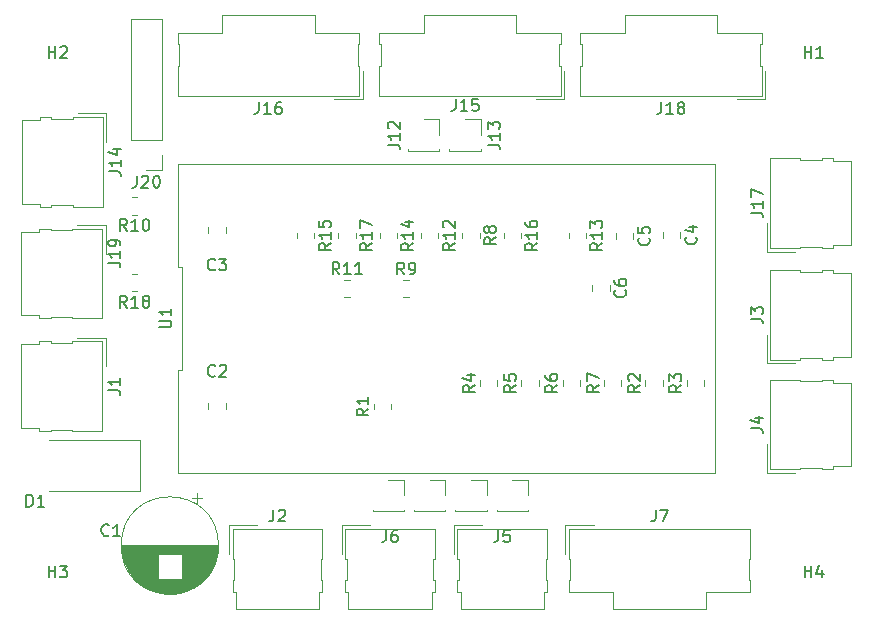
<source format=gbr>
%TF.GenerationSoftware,KiCad,Pcbnew,9.0.0*%
%TF.CreationDate,2025-03-04T16:47:24-08:00*%
%TF.ProjectId,ESPBrewRIMS_PCB,45535042-7265-4775-9249-4d535f504342,rev?*%
%TF.SameCoordinates,Original*%
%TF.FileFunction,Legend,Top*%
%TF.FilePolarity,Positive*%
%FSLAX46Y46*%
G04 Gerber Fmt 4.6, Leading zero omitted, Abs format (unit mm)*
G04 Created by KiCad (PCBNEW 9.0.0) date 2025-03-04 16:47:24*
%MOMM*%
%LPD*%
G01*
G04 APERTURE LIST*
%ADD10C,0.150000*%
%ADD11C,0.120000*%
G04 APERTURE END LIST*
D10*
X148190476Y-69954819D02*
X148190476Y-70669104D01*
X148190476Y-70669104D02*
X148142857Y-70811961D01*
X148142857Y-70811961D02*
X148047619Y-70907200D01*
X148047619Y-70907200D02*
X147904762Y-70954819D01*
X147904762Y-70954819D02*
X147809524Y-70954819D01*
X149190476Y-70954819D02*
X148619048Y-70954819D01*
X148904762Y-70954819D02*
X148904762Y-69954819D01*
X148904762Y-69954819D02*
X148809524Y-70097676D01*
X148809524Y-70097676D02*
X148714286Y-70192914D01*
X148714286Y-70192914D02*
X148619048Y-70240533D01*
X150095238Y-69954819D02*
X149619048Y-69954819D01*
X149619048Y-69954819D02*
X149571429Y-70431009D01*
X149571429Y-70431009D02*
X149619048Y-70383390D01*
X149619048Y-70383390D02*
X149714286Y-70335771D01*
X149714286Y-70335771D02*
X149952381Y-70335771D01*
X149952381Y-70335771D02*
X150047619Y-70383390D01*
X150047619Y-70383390D02*
X150095238Y-70431009D01*
X150095238Y-70431009D02*
X150142857Y-70526247D01*
X150142857Y-70526247D02*
X150142857Y-70764342D01*
X150142857Y-70764342D02*
X150095238Y-70859580D01*
X150095238Y-70859580D02*
X150047619Y-70907200D01*
X150047619Y-70907200D02*
X149952381Y-70954819D01*
X149952381Y-70954819D02*
X149714286Y-70954819D01*
X149714286Y-70954819D02*
X149619048Y-70907200D01*
X149619048Y-70907200D02*
X149571429Y-70859580D01*
X142454819Y-73809523D02*
X143169104Y-73809523D01*
X143169104Y-73809523D02*
X143311961Y-73857142D01*
X143311961Y-73857142D02*
X143407200Y-73952380D01*
X143407200Y-73952380D02*
X143454819Y-74095237D01*
X143454819Y-74095237D02*
X143454819Y-74190475D01*
X143454819Y-72809523D02*
X143454819Y-73380951D01*
X143454819Y-73095237D02*
X142454819Y-73095237D01*
X142454819Y-73095237D02*
X142597676Y-73190475D01*
X142597676Y-73190475D02*
X142692914Y-73285713D01*
X142692914Y-73285713D02*
X142740533Y-73380951D01*
X142550057Y-72428570D02*
X142502438Y-72380951D01*
X142502438Y-72380951D02*
X142454819Y-72285713D01*
X142454819Y-72285713D02*
X142454819Y-72047618D01*
X142454819Y-72047618D02*
X142502438Y-71952380D01*
X142502438Y-71952380D02*
X142550057Y-71904761D01*
X142550057Y-71904761D02*
X142645295Y-71857142D01*
X142645295Y-71857142D02*
X142740533Y-71857142D01*
X142740533Y-71857142D02*
X142883390Y-71904761D01*
X142883390Y-71904761D02*
X143454819Y-72476189D01*
X143454819Y-72476189D02*
X143454819Y-71857142D01*
X118804819Y-83809523D02*
X119519104Y-83809523D01*
X119519104Y-83809523D02*
X119661961Y-83857142D01*
X119661961Y-83857142D02*
X119757200Y-83952380D01*
X119757200Y-83952380D02*
X119804819Y-84095237D01*
X119804819Y-84095237D02*
X119804819Y-84190475D01*
X119804819Y-82809523D02*
X119804819Y-83380951D01*
X119804819Y-83095237D02*
X118804819Y-83095237D01*
X118804819Y-83095237D02*
X118947676Y-83190475D01*
X118947676Y-83190475D02*
X119042914Y-83285713D01*
X119042914Y-83285713D02*
X119090533Y-83380951D01*
X119804819Y-82333332D02*
X119804819Y-82142856D01*
X119804819Y-82142856D02*
X119757200Y-82047618D01*
X119757200Y-82047618D02*
X119709580Y-81999999D01*
X119709580Y-81999999D02*
X119566723Y-81904761D01*
X119566723Y-81904761D02*
X119376247Y-81857142D01*
X119376247Y-81857142D02*
X118995295Y-81857142D01*
X118995295Y-81857142D02*
X118900057Y-81904761D01*
X118900057Y-81904761D02*
X118852438Y-81952380D01*
X118852438Y-81952380D02*
X118804819Y-82047618D01*
X118804819Y-82047618D02*
X118804819Y-82238094D01*
X118804819Y-82238094D02*
X118852438Y-82333332D01*
X118852438Y-82333332D02*
X118900057Y-82380951D01*
X118900057Y-82380951D02*
X118995295Y-82428570D01*
X118995295Y-82428570D02*
X119233390Y-82428570D01*
X119233390Y-82428570D02*
X119328628Y-82380951D01*
X119328628Y-82380951D02*
X119376247Y-82333332D01*
X119376247Y-82333332D02*
X119423866Y-82238094D01*
X119423866Y-82238094D02*
X119423866Y-82047618D01*
X119423866Y-82047618D02*
X119376247Y-81952380D01*
X119376247Y-81952380D02*
X119328628Y-81904761D01*
X119328628Y-81904761D02*
X119233390Y-81857142D01*
X120357142Y-87604819D02*
X120023809Y-87128628D01*
X119785714Y-87604819D02*
X119785714Y-86604819D01*
X119785714Y-86604819D02*
X120166666Y-86604819D01*
X120166666Y-86604819D02*
X120261904Y-86652438D01*
X120261904Y-86652438D02*
X120309523Y-86700057D01*
X120309523Y-86700057D02*
X120357142Y-86795295D01*
X120357142Y-86795295D02*
X120357142Y-86938152D01*
X120357142Y-86938152D02*
X120309523Y-87033390D01*
X120309523Y-87033390D02*
X120261904Y-87081009D01*
X120261904Y-87081009D02*
X120166666Y-87128628D01*
X120166666Y-87128628D02*
X119785714Y-87128628D01*
X121309523Y-87604819D02*
X120738095Y-87604819D01*
X121023809Y-87604819D02*
X121023809Y-86604819D01*
X121023809Y-86604819D02*
X120928571Y-86747676D01*
X120928571Y-86747676D02*
X120833333Y-86842914D01*
X120833333Y-86842914D02*
X120738095Y-86890533D01*
X121880952Y-87033390D02*
X121785714Y-86985771D01*
X121785714Y-86985771D02*
X121738095Y-86938152D01*
X121738095Y-86938152D02*
X121690476Y-86842914D01*
X121690476Y-86842914D02*
X121690476Y-86795295D01*
X121690476Y-86795295D02*
X121738095Y-86700057D01*
X121738095Y-86700057D02*
X121785714Y-86652438D01*
X121785714Y-86652438D02*
X121880952Y-86604819D01*
X121880952Y-86604819D02*
X122071428Y-86604819D01*
X122071428Y-86604819D02*
X122166666Y-86652438D01*
X122166666Y-86652438D02*
X122214285Y-86700057D01*
X122214285Y-86700057D02*
X122261904Y-86795295D01*
X122261904Y-86795295D02*
X122261904Y-86842914D01*
X122261904Y-86842914D02*
X122214285Y-86938152D01*
X122214285Y-86938152D02*
X122166666Y-86985771D01*
X122166666Y-86985771D02*
X122071428Y-87033390D01*
X122071428Y-87033390D02*
X121880952Y-87033390D01*
X121880952Y-87033390D02*
X121785714Y-87081009D01*
X121785714Y-87081009D02*
X121738095Y-87128628D01*
X121738095Y-87128628D02*
X121690476Y-87223866D01*
X121690476Y-87223866D02*
X121690476Y-87414342D01*
X121690476Y-87414342D02*
X121738095Y-87509580D01*
X121738095Y-87509580D02*
X121785714Y-87557200D01*
X121785714Y-87557200D02*
X121880952Y-87604819D01*
X121880952Y-87604819D02*
X122071428Y-87604819D01*
X122071428Y-87604819D02*
X122166666Y-87557200D01*
X122166666Y-87557200D02*
X122214285Y-87509580D01*
X122214285Y-87509580D02*
X122261904Y-87414342D01*
X122261904Y-87414342D02*
X122261904Y-87223866D01*
X122261904Y-87223866D02*
X122214285Y-87128628D01*
X122214285Y-87128628D02*
X122166666Y-87081009D01*
X122166666Y-87081009D02*
X122071428Y-87033390D01*
X120357142Y-81104819D02*
X120023809Y-80628628D01*
X119785714Y-81104819D02*
X119785714Y-80104819D01*
X119785714Y-80104819D02*
X120166666Y-80104819D01*
X120166666Y-80104819D02*
X120261904Y-80152438D01*
X120261904Y-80152438D02*
X120309523Y-80200057D01*
X120309523Y-80200057D02*
X120357142Y-80295295D01*
X120357142Y-80295295D02*
X120357142Y-80438152D01*
X120357142Y-80438152D02*
X120309523Y-80533390D01*
X120309523Y-80533390D02*
X120261904Y-80581009D01*
X120261904Y-80581009D02*
X120166666Y-80628628D01*
X120166666Y-80628628D02*
X119785714Y-80628628D01*
X121309523Y-81104819D02*
X120738095Y-81104819D01*
X121023809Y-81104819D02*
X121023809Y-80104819D01*
X121023809Y-80104819D02*
X120928571Y-80247676D01*
X120928571Y-80247676D02*
X120833333Y-80342914D01*
X120833333Y-80342914D02*
X120738095Y-80390533D01*
X121928571Y-80104819D02*
X122023809Y-80104819D01*
X122023809Y-80104819D02*
X122119047Y-80152438D01*
X122119047Y-80152438D02*
X122166666Y-80200057D01*
X122166666Y-80200057D02*
X122214285Y-80295295D01*
X122214285Y-80295295D02*
X122261904Y-80485771D01*
X122261904Y-80485771D02*
X122261904Y-80723866D01*
X122261904Y-80723866D02*
X122214285Y-80914342D01*
X122214285Y-80914342D02*
X122166666Y-81009580D01*
X122166666Y-81009580D02*
X122119047Y-81057200D01*
X122119047Y-81057200D02*
X122023809Y-81104819D01*
X122023809Y-81104819D02*
X121928571Y-81104819D01*
X121928571Y-81104819D02*
X121833333Y-81057200D01*
X121833333Y-81057200D02*
X121785714Y-81009580D01*
X121785714Y-81009580D02*
X121738095Y-80914342D01*
X121738095Y-80914342D02*
X121690476Y-80723866D01*
X121690476Y-80723866D02*
X121690476Y-80485771D01*
X121690476Y-80485771D02*
X121738095Y-80295295D01*
X121738095Y-80295295D02*
X121785714Y-80200057D01*
X121785714Y-80200057D02*
X121833333Y-80152438D01*
X121833333Y-80152438D02*
X121928571Y-80104819D01*
X150954819Y-73809523D02*
X151669104Y-73809523D01*
X151669104Y-73809523D02*
X151811961Y-73857142D01*
X151811961Y-73857142D02*
X151907200Y-73952380D01*
X151907200Y-73952380D02*
X151954819Y-74095237D01*
X151954819Y-74095237D02*
X151954819Y-74190475D01*
X151954819Y-72809523D02*
X151954819Y-73380951D01*
X151954819Y-73095237D02*
X150954819Y-73095237D01*
X150954819Y-73095237D02*
X151097676Y-73190475D01*
X151097676Y-73190475D02*
X151192914Y-73285713D01*
X151192914Y-73285713D02*
X151240533Y-73380951D01*
X150954819Y-72476189D02*
X150954819Y-71857142D01*
X150954819Y-71857142D02*
X151335771Y-72190475D01*
X151335771Y-72190475D02*
X151335771Y-72047618D01*
X151335771Y-72047618D02*
X151383390Y-71952380D01*
X151383390Y-71952380D02*
X151431009Y-71904761D01*
X151431009Y-71904761D02*
X151526247Y-71857142D01*
X151526247Y-71857142D02*
X151764342Y-71857142D01*
X151764342Y-71857142D02*
X151859580Y-71904761D01*
X151859580Y-71904761D02*
X151907200Y-71952380D01*
X151907200Y-71952380D02*
X151954819Y-72047618D01*
X151954819Y-72047618D02*
X151954819Y-72333332D01*
X151954819Y-72333332D02*
X151907200Y-72428570D01*
X151907200Y-72428570D02*
X151859580Y-72476189D01*
X167304819Y-94166666D02*
X166828628Y-94499999D01*
X167304819Y-94738094D02*
X166304819Y-94738094D01*
X166304819Y-94738094D02*
X166304819Y-94357142D01*
X166304819Y-94357142D02*
X166352438Y-94261904D01*
X166352438Y-94261904D02*
X166400057Y-94214285D01*
X166400057Y-94214285D02*
X166495295Y-94166666D01*
X166495295Y-94166666D02*
X166638152Y-94166666D01*
X166638152Y-94166666D02*
X166733390Y-94214285D01*
X166733390Y-94214285D02*
X166781009Y-94261904D01*
X166781009Y-94261904D02*
X166828628Y-94357142D01*
X166828628Y-94357142D02*
X166828628Y-94738094D01*
X166304819Y-93833332D02*
X166304819Y-93214285D01*
X166304819Y-93214285D02*
X166685771Y-93547618D01*
X166685771Y-93547618D02*
X166685771Y-93404761D01*
X166685771Y-93404761D02*
X166733390Y-93309523D01*
X166733390Y-93309523D02*
X166781009Y-93261904D01*
X166781009Y-93261904D02*
X166876247Y-93214285D01*
X166876247Y-93214285D02*
X167114342Y-93214285D01*
X167114342Y-93214285D02*
X167209580Y-93261904D01*
X167209580Y-93261904D02*
X167257200Y-93309523D01*
X167257200Y-93309523D02*
X167304819Y-93404761D01*
X167304819Y-93404761D02*
X167304819Y-93690475D01*
X167304819Y-93690475D02*
X167257200Y-93785713D01*
X167257200Y-93785713D02*
X167209580Y-93833332D01*
X127833333Y-84359580D02*
X127785714Y-84407200D01*
X127785714Y-84407200D02*
X127642857Y-84454819D01*
X127642857Y-84454819D02*
X127547619Y-84454819D01*
X127547619Y-84454819D02*
X127404762Y-84407200D01*
X127404762Y-84407200D02*
X127309524Y-84311961D01*
X127309524Y-84311961D02*
X127261905Y-84216723D01*
X127261905Y-84216723D02*
X127214286Y-84026247D01*
X127214286Y-84026247D02*
X127214286Y-83883390D01*
X127214286Y-83883390D02*
X127261905Y-83692914D01*
X127261905Y-83692914D02*
X127309524Y-83597676D01*
X127309524Y-83597676D02*
X127404762Y-83502438D01*
X127404762Y-83502438D02*
X127547619Y-83454819D01*
X127547619Y-83454819D02*
X127642857Y-83454819D01*
X127642857Y-83454819D02*
X127785714Y-83502438D01*
X127785714Y-83502438D02*
X127833333Y-83550057D01*
X128166667Y-83454819D02*
X128785714Y-83454819D01*
X128785714Y-83454819D02*
X128452381Y-83835771D01*
X128452381Y-83835771D02*
X128595238Y-83835771D01*
X128595238Y-83835771D02*
X128690476Y-83883390D01*
X128690476Y-83883390D02*
X128738095Y-83931009D01*
X128738095Y-83931009D02*
X128785714Y-84026247D01*
X128785714Y-84026247D02*
X128785714Y-84264342D01*
X128785714Y-84264342D02*
X128738095Y-84359580D01*
X128738095Y-84359580D02*
X128690476Y-84407200D01*
X128690476Y-84407200D02*
X128595238Y-84454819D01*
X128595238Y-84454819D02*
X128309524Y-84454819D01*
X128309524Y-84454819D02*
X128214286Y-84407200D01*
X128214286Y-84407200D02*
X128166667Y-84359580D01*
X173204819Y-97833333D02*
X173919104Y-97833333D01*
X173919104Y-97833333D02*
X174061961Y-97880952D01*
X174061961Y-97880952D02*
X174157200Y-97976190D01*
X174157200Y-97976190D02*
X174204819Y-98119047D01*
X174204819Y-98119047D02*
X174204819Y-98214285D01*
X173538152Y-96928571D02*
X174204819Y-96928571D01*
X173157200Y-97166666D02*
X173871485Y-97404761D01*
X173871485Y-97404761D02*
X173871485Y-96785714D01*
X173204819Y-88563333D02*
X173919104Y-88563333D01*
X173919104Y-88563333D02*
X174061961Y-88610952D01*
X174061961Y-88610952D02*
X174157200Y-88706190D01*
X174157200Y-88706190D02*
X174204819Y-88849047D01*
X174204819Y-88849047D02*
X174204819Y-88944285D01*
X173204819Y-88182380D02*
X173204819Y-87563333D01*
X173204819Y-87563333D02*
X173585771Y-87896666D01*
X173585771Y-87896666D02*
X173585771Y-87753809D01*
X173585771Y-87753809D02*
X173633390Y-87658571D01*
X173633390Y-87658571D02*
X173681009Y-87610952D01*
X173681009Y-87610952D02*
X173776247Y-87563333D01*
X173776247Y-87563333D02*
X174014342Y-87563333D01*
X174014342Y-87563333D02*
X174109580Y-87610952D01*
X174109580Y-87610952D02*
X174157200Y-87658571D01*
X174157200Y-87658571D02*
X174204819Y-87753809D01*
X174204819Y-87753809D02*
X174204819Y-88039523D01*
X174204819Y-88039523D02*
X174157200Y-88134761D01*
X174157200Y-88134761D02*
X174109580Y-88182380D01*
X153304819Y-94166666D02*
X152828628Y-94499999D01*
X153304819Y-94738094D02*
X152304819Y-94738094D01*
X152304819Y-94738094D02*
X152304819Y-94357142D01*
X152304819Y-94357142D02*
X152352438Y-94261904D01*
X152352438Y-94261904D02*
X152400057Y-94214285D01*
X152400057Y-94214285D02*
X152495295Y-94166666D01*
X152495295Y-94166666D02*
X152638152Y-94166666D01*
X152638152Y-94166666D02*
X152733390Y-94214285D01*
X152733390Y-94214285D02*
X152781009Y-94261904D01*
X152781009Y-94261904D02*
X152828628Y-94357142D01*
X152828628Y-94357142D02*
X152828628Y-94738094D01*
X152304819Y-93261904D02*
X152304819Y-93738094D01*
X152304819Y-93738094D02*
X152781009Y-93785713D01*
X152781009Y-93785713D02*
X152733390Y-93738094D01*
X152733390Y-93738094D02*
X152685771Y-93642856D01*
X152685771Y-93642856D02*
X152685771Y-93404761D01*
X152685771Y-93404761D02*
X152733390Y-93309523D01*
X152733390Y-93309523D02*
X152781009Y-93261904D01*
X152781009Y-93261904D02*
X152876247Y-93214285D01*
X152876247Y-93214285D02*
X153114342Y-93214285D01*
X153114342Y-93214285D02*
X153209580Y-93261904D01*
X153209580Y-93261904D02*
X153257200Y-93309523D01*
X153257200Y-93309523D02*
X153304819Y-93404761D01*
X153304819Y-93404761D02*
X153304819Y-93642856D01*
X153304819Y-93642856D02*
X153257200Y-93738094D01*
X153257200Y-93738094D02*
X153209580Y-93785713D01*
X141104819Y-82142857D02*
X140628628Y-82476190D01*
X141104819Y-82714285D02*
X140104819Y-82714285D01*
X140104819Y-82714285D02*
X140104819Y-82333333D01*
X140104819Y-82333333D02*
X140152438Y-82238095D01*
X140152438Y-82238095D02*
X140200057Y-82190476D01*
X140200057Y-82190476D02*
X140295295Y-82142857D01*
X140295295Y-82142857D02*
X140438152Y-82142857D01*
X140438152Y-82142857D02*
X140533390Y-82190476D01*
X140533390Y-82190476D02*
X140581009Y-82238095D01*
X140581009Y-82238095D02*
X140628628Y-82333333D01*
X140628628Y-82333333D02*
X140628628Y-82714285D01*
X141104819Y-81190476D02*
X141104819Y-81761904D01*
X141104819Y-81476190D02*
X140104819Y-81476190D01*
X140104819Y-81476190D02*
X140247676Y-81571428D01*
X140247676Y-81571428D02*
X140342914Y-81666666D01*
X140342914Y-81666666D02*
X140390533Y-81761904D01*
X140104819Y-80857142D02*
X140104819Y-80190476D01*
X140104819Y-80190476D02*
X141104819Y-80619047D01*
X162539580Y-86129166D02*
X162587200Y-86176785D01*
X162587200Y-86176785D02*
X162634819Y-86319642D01*
X162634819Y-86319642D02*
X162634819Y-86414880D01*
X162634819Y-86414880D02*
X162587200Y-86557737D01*
X162587200Y-86557737D02*
X162491961Y-86652975D01*
X162491961Y-86652975D02*
X162396723Y-86700594D01*
X162396723Y-86700594D02*
X162206247Y-86748213D01*
X162206247Y-86748213D02*
X162063390Y-86748213D01*
X162063390Y-86748213D02*
X161872914Y-86700594D01*
X161872914Y-86700594D02*
X161777676Y-86652975D01*
X161777676Y-86652975D02*
X161682438Y-86557737D01*
X161682438Y-86557737D02*
X161634819Y-86414880D01*
X161634819Y-86414880D02*
X161634819Y-86319642D01*
X161634819Y-86319642D02*
X161682438Y-86176785D01*
X161682438Y-86176785D02*
X161730057Y-86129166D01*
X161634819Y-85272023D02*
X161634819Y-85462499D01*
X161634819Y-85462499D02*
X161682438Y-85557737D01*
X161682438Y-85557737D02*
X161730057Y-85605356D01*
X161730057Y-85605356D02*
X161872914Y-85700594D01*
X161872914Y-85700594D02*
X162063390Y-85748213D01*
X162063390Y-85748213D02*
X162444342Y-85748213D01*
X162444342Y-85748213D02*
X162539580Y-85700594D01*
X162539580Y-85700594D02*
X162587200Y-85652975D01*
X162587200Y-85652975D02*
X162634819Y-85557737D01*
X162634819Y-85557737D02*
X162634819Y-85367261D01*
X162634819Y-85367261D02*
X162587200Y-85272023D01*
X162587200Y-85272023D02*
X162539580Y-85224404D01*
X162539580Y-85224404D02*
X162444342Y-85176785D01*
X162444342Y-85176785D02*
X162206247Y-85176785D01*
X162206247Y-85176785D02*
X162111009Y-85224404D01*
X162111009Y-85224404D02*
X162063390Y-85272023D01*
X162063390Y-85272023D02*
X162015771Y-85367261D01*
X162015771Y-85367261D02*
X162015771Y-85557737D01*
X162015771Y-85557737D02*
X162063390Y-85652975D01*
X162063390Y-85652975D02*
X162111009Y-85700594D01*
X162111009Y-85700594D02*
X162206247Y-85748213D01*
X155104819Y-82142857D02*
X154628628Y-82476190D01*
X155104819Y-82714285D02*
X154104819Y-82714285D01*
X154104819Y-82714285D02*
X154104819Y-82333333D01*
X154104819Y-82333333D02*
X154152438Y-82238095D01*
X154152438Y-82238095D02*
X154200057Y-82190476D01*
X154200057Y-82190476D02*
X154295295Y-82142857D01*
X154295295Y-82142857D02*
X154438152Y-82142857D01*
X154438152Y-82142857D02*
X154533390Y-82190476D01*
X154533390Y-82190476D02*
X154581009Y-82238095D01*
X154581009Y-82238095D02*
X154628628Y-82333333D01*
X154628628Y-82333333D02*
X154628628Y-82714285D01*
X155104819Y-81190476D02*
X155104819Y-81761904D01*
X155104819Y-81476190D02*
X154104819Y-81476190D01*
X154104819Y-81476190D02*
X154247676Y-81571428D01*
X154247676Y-81571428D02*
X154342914Y-81666666D01*
X154342914Y-81666666D02*
X154390533Y-81761904D01*
X154104819Y-80333333D02*
X154104819Y-80523809D01*
X154104819Y-80523809D02*
X154152438Y-80619047D01*
X154152438Y-80619047D02*
X154200057Y-80666666D01*
X154200057Y-80666666D02*
X154342914Y-80761904D01*
X154342914Y-80761904D02*
X154533390Y-80809523D01*
X154533390Y-80809523D02*
X154914342Y-80809523D01*
X154914342Y-80809523D02*
X155009580Y-80761904D01*
X155009580Y-80761904D02*
X155057200Y-80714285D01*
X155057200Y-80714285D02*
X155104819Y-80619047D01*
X155104819Y-80619047D02*
X155104819Y-80428571D01*
X155104819Y-80428571D02*
X155057200Y-80333333D01*
X155057200Y-80333333D02*
X155009580Y-80285714D01*
X155009580Y-80285714D02*
X154914342Y-80238095D01*
X154914342Y-80238095D02*
X154676247Y-80238095D01*
X154676247Y-80238095D02*
X154581009Y-80285714D01*
X154581009Y-80285714D02*
X154533390Y-80333333D01*
X154533390Y-80333333D02*
X154485771Y-80428571D01*
X154485771Y-80428571D02*
X154485771Y-80619047D01*
X154485771Y-80619047D02*
X154533390Y-80714285D01*
X154533390Y-80714285D02*
X154581009Y-80761904D01*
X154581009Y-80761904D02*
X154676247Y-80809523D01*
X165126666Y-104704819D02*
X165126666Y-105419104D01*
X165126666Y-105419104D02*
X165079047Y-105561961D01*
X165079047Y-105561961D02*
X164983809Y-105657200D01*
X164983809Y-105657200D02*
X164840952Y-105704819D01*
X164840952Y-105704819D02*
X164745714Y-105704819D01*
X165507619Y-104704819D02*
X166174285Y-104704819D01*
X166174285Y-104704819D02*
X165745714Y-105704819D01*
X118804819Y-94603333D02*
X119519104Y-94603333D01*
X119519104Y-94603333D02*
X119661961Y-94650952D01*
X119661961Y-94650952D02*
X119757200Y-94746190D01*
X119757200Y-94746190D02*
X119804819Y-94889047D01*
X119804819Y-94889047D02*
X119804819Y-94984285D01*
X119804819Y-93603333D02*
X119804819Y-94174761D01*
X119804819Y-93889047D02*
X118804819Y-93889047D01*
X118804819Y-93889047D02*
X118947676Y-93984285D01*
X118947676Y-93984285D02*
X119042914Y-94079523D01*
X119042914Y-94079523D02*
X119090533Y-94174761D01*
X132776666Y-104704819D02*
X132776666Y-105419104D01*
X132776666Y-105419104D02*
X132729047Y-105561961D01*
X132729047Y-105561961D02*
X132633809Y-105657200D01*
X132633809Y-105657200D02*
X132490952Y-105704819D01*
X132490952Y-105704819D02*
X132395714Y-105704819D01*
X133205238Y-104800057D02*
X133252857Y-104752438D01*
X133252857Y-104752438D02*
X133348095Y-104704819D01*
X133348095Y-104704819D02*
X133586190Y-104704819D01*
X133586190Y-104704819D02*
X133681428Y-104752438D01*
X133681428Y-104752438D02*
X133729047Y-104800057D01*
X133729047Y-104800057D02*
X133776666Y-104895295D01*
X133776666Y-104895295D02*
X133776666Y-104990533D01*
X133776666Y-104990533D02*
X133729047Y-105133390D01*
X133729047Y-105133390D02*
X133157619Y-105704819D01*
X133157619Y-105704819D02*
X133776666Y-105704819D01*
X177738095Y-110454819D02*
X177738095Y-109454819D01*
X177738095Y-109931009D02*
X178309523Y-109931009D01*
X178309523Y-110454819D02*
X178309523Y-109454819D01*
X179214285Y-109788152D02*
X179214285Y-110454819D01*
X178976190Y-109407200D02*
X178738095Y-110121485D01*
X178738095Y-110121485D02*
X179357142Y-110121485D01*
X163804819Y-94166666D02*
X163328628Y-94499999D01*
X163804819Y-94738094D02*
X162804819Y-94738094D01*
X162804819Y-94738094D02*
X162804819Y-94357142D01*
X162804819Y-94357142D02*
X162852438Y-94261904D01*
X162852438Y-94261904D02*
X162900057Y-94214285D01*
X162900057Y-94214285D02*
X162995295Y-94166666D01*
X162995295Y-94166666D02*
X163138152Y-94166666D01*
X163138152Y-94166666D02*
X163233390Y-94214285D01*
X163233390Y-94214285D02*
X163281009Y-94261904D01*
X163281009Y-94261904D02*
X163328628Y-94357142D01*
X163328628Y-94357142D02*
X163328628Y-94738094D01*
X162900057Y-93785713D02*
X162852438Y-93738094D01*
X162852438Y-93738094D02*
X162804819Y-93642856D01*
X162804819Y-93642856D02*
X162804819Y-93404761D01*
X162804819Y-93404761D02*
X162852438Y-93309523D01*
X162852438Y-93309523D02*
X162900057Y-93261904D01*
X162900057Y-93261904D02*
X162995295Y-93214285D01*
X162995295Y-93214285D02*
X163090533Y-93214285D01*
X163090533Y-93214285D02*
X163233390Y-93261904D01*
X163233390Y-93261904D02*
X163804819Y-93833332D01*
X163804819Y-93833332D02*
X163804819Y-93214285D01*
X142316666Y-106454819D02*
X142316666Y-107169104D01*
X142316666Y-107169104D02*
X142269047Y-107311961D01*
X142269047Y-107311961D02*
X142173809Y-107407200D01*
X142173809Y-107407200D02*
X142030952Y-107454819D01*
X142030952Y-107454819D02*
X141935714Y-107454819D01*
X143221428Y-106454819D02*
X143030952Y-106454819D01*
X143030952Y-106454819D02*
X142935714Y-106502438D01*
X142935714Y-106502438D02*
X142888095Y-106550057D01*
X142888095Y-106550057D02*
X142792857Y-106692914D01*
X142792857Y-106692914D02*
X142745238Y-106883390D01*
X142745238Y-106883390D02*
X142745238Y-107264342D01*
X142745238Y-107264342D02*
X142792857Y-107359580D01*
X142792857Y-107359580D02*
X142840476Y-107407200D01*
X142840476Y-107407200D02*
X142935714Y-107454819D01*
X142935714Y-107454819D02*
X143126190Y-107454819D01*
X143126190Y-107454819D02*
X143221428Y-107407200D01*
X143221428Y-107407200D02*
X143269047Y-107359580D01*
X143269047Y-107359580D02*
X143316666Y-107264342D01*
X143316666Y-107264342D02*
X143316666Y-107026247D01*
X143316666Y-107026247D02*
X143269047Y-106931009D01*
X143269047Y-106931009D02*
X143221428Y-106883390D01*
X143221428Y-106883390D02*
X143126190Y-106835771D01*
X143126190Y-106835771D02*
X142935714Y-106835771D01*
X142935714Y-106835771D02*
X142840476Y-106883390D01*
X142840476Y-106883390D02*
X142792857Y-106931009D01*
X142792857Y-106931009D02*
X142745238Y-107026247D01*
X160604819Y-82142857D02*
X160128628Y-82476190D01*
X160604819Y-82714285D02*
X159604819Y-82714285D01*
X159604819Y-82714285D02*
X159604819Y-82333333D01*
X159604819Y-82333333D02*
X159652438Y-82238095D01*
X159652438Y-82238095D02*
X159700057Y-82190476D01*
X159700057Y-82190476D02*
X159795295Y-82142857D01*
X159795295Y-82142857D02*
X159938152Y-82142857D01*
X159938152Y-82142857D02*
X160033390Y-82190476D01*
X160033390Y-82190476D02*
X160081009Y-82238095D01*
X160081009Y-82238095D02*
X160128628Y-82333333D01*
X160128628Y-82333333D02*
X160128628Y-82714285D01*
X160604819Y-81190476D02*
X160604819Y-81761904D01*
X160604819Y-81476190D02*
X159604819Y-81476190D01*
X159604819Y-81476190D02*
X159747676Y-81571428D01*
X159747676Y-81571428D02*
X159842914Y-81666666D01*
X159842914Y-81666666D02*
X159890533Y-81761904D01*
X159604819Y-80857142D02*
X159604819Y-80238095D01*
X159604819Y-80238095D02*
X159985771Y-80571428D01*
X159985771Y-80571428D02*
X159985771Y-80428571D01*
X159985771Y-80428571D02*
X160033390Y-80333333D01*
X160033390Y-80333333D02*
X160081009Y-80285714D01*
X160081009Y-80285714D02*
X160176247Y-80238095D01*
X160176247Y-80238095D02*
X160414342Y-80238095D01*
X160414342Y-80238095D02*
X160509580Y-80285714D01*
X160509580Y-80285714D02*
X160557200Y-80333333D01*
X160557200Y-80333333D02*
X160604819Y-80428571D01*
X160604819Y-80428571D02*
X160604819Y-80714285D01*
X160604819Y-80714285D02*
X160557200Y-80809523D01*
X160557200Y-80809523D02*
X160509580Y-80857142D01*
X131530476Y-70204819D02*
X131530476Y-70919104D01*
X131530476Y-70919104D02*
X131482857Y-71061961D01*
X131482857Y-71061961D02*
X131387619Y-71157200D01*
X131387619Y-71157200D02*
X131244762Y-71204819D01*
X131244762Y-71204819D02*
X131149524Y-71204819D01*
X132530476Y-71204819D02*
X131959048Y-71204819D01*
X132244762Y-71204819D02*
X132244762Y-70204819D01*
X132244762Y-70204819D02*
X132149524Y-70347676D01*
X132149524Y-70347676D02*
X132054286Y-70442914D01*
X132054286Y-70442914D02*
X131959048Y-70490533D01*
X133387619Y-70204819D02*
X133197143Y-70204819D01*
X133197143Y-70204819D02*
X133101905Y-70252438D01*
X133101905Y-70252438D02*
X133054286Y-70300057D01*
X133054286Y-70300057D02*
X132959048Y-70442914D01*
X132959048Y-70442914D02*
X132911429Y-70633390D01*
X132911429Y-70633390D02*
X132911429Y-71014342D01*
X132911429Y-71014342D02*
X132959048Y-71109580D01*
X132959048Y-71109580D02*
X133006667Y-71157200D01*
X133006667Y-71157200D02*
X133101905Y-71204819D01*
X133101905Y-71204819D02*
X133292381Y-71204819D01*
X133292381Y-71204819D02*
X133387619Y-71157200D01*
X133387619Y-71157200D02*
X133435238Y-71109580D01*
X133435238Y-71109580D02*
X133482857Y-71014342D01*
X133482857Y-71014342D02*
X133482857Y-70776247D01*
X133482857Y-70776247D02*
X133435238Y-70681009D01*
X133435238Y-70681009D02*
X133387619Y-70633390D01*
X133387619Y-70633390D02*
X133292381Y-70585771D01*
X133292381Y-70585771D02*
X133101905Y-70585771D01*
X133101905Y-70585771D02*
X133006667Y-70633390D01*
X133006667Y-70633390D02*
X132959048Y-70681009D01*
X132959048Y-70681009D02*
X132911429Y-70776247D01*
X138357142Y-84788917D02*
X138023809Y-84312726D01*
X137785714Y-84788917D02*
X137785714Y-83788917D01*
X137785714Y-83788917D02*
X138166666Y-83788917D01*
X138166666Y-83788917D02*
X138261904Y-83836536D01*
X138261904Y-83836536D02*
X138309523Y-83884155D01*
X138309523Y-83884155D02*
X138357142Y-83979393D01*
X138357142Y-83979393D02*
X138357142Y-84122250D01*
X138357142Y-84122250D02*
X138309523Y-84217488D01*
X138309523Y-84217488D02*
X138261904Y-84265107D01*
X138261904Y-84265107D02*
X138166666Y-84312726D01*
X138166666Y-84312726D02*
X137785714Y-84312726D01*
X139309523Y-84788917D02*
X138738095Y-84788917D01*
X139023809Y-84788917D02*
X139023809Y-83788917D01*
X139023809Y-83788917D02*
X138928571Y-83931774D01*
X138928571Y-83931774D02*
X138833333Y-84027012D01*
X138833333Y-84027012D02*
X138738095Y-84074631D01*
X140261904Y-84788917D02*
X139690476Y-84788917D01*
X139976190Y-84788917D02*
X139976190Y-83788917D01*
X139976190Y-83788917D02*
X139880952Y-83931774D01*
X139880952Y-83931774D02*
X139785714Y-84027012D01*
X139785714Y-84027012D02*
X139690476Y-84074631D01*
X177738095Y-66454819D02*
X177738095Y-65454819D01*
X177738095Y-65931009D02*
X178309523Y-65931009D01*
X178309523Y-66454819D02*
X178309523Y-65454819D01*
X179309523Y-66454819D02*
X178738095Y-66454819D01*
X179023809Y-66454819D02*
X179023809Y-65454819D01*
X179023809Y-65454819D02*
X178928571Y-65597676D01*
X178928571Y-65597676D02*
X178833333Y-65692914D01*
X178833333Y-65692914D02*
X178738095Y-65740533D01*
X160304819Y-94166666D02*
X159828628Y-94499999D01*
X160304819Y-94738094D02*
X159304819Y-94738094D01*
X159304819Y-94738094D02*
X159304819Y-94357142D01*
X159304819Y-94357142D02*
X159352438Y-94261904D01*
X159352438Y-94261904D02*
X159400057Y-94214285D01*
X159400057Y-94214285D02*
X159495295Y-94166666D01*
X159495295Y-94166666D02*
X159638152Y-94166666D01*
X159638152Y-94166666D02*
X159733390Y-94214285D01*
X159733390Y-94214285D02*
X159781009Y-94261904D01*
X159781009Y-94261904D02*
X159828628Y-94357142D01*
X159828628Y-94357142D02*
X159828628Y-94738094D01*
X159304819Y-93833332D02*
X159304819Y-93166666D01*
X159304819Y-93166666D02*
X160304819Y-93595237D01*
X113738095Y-110454819D02*
X113738095Y-109454819D01*
X113738095Y-109931009D02*
X114309523Y-109931009D01*
X114309523Y-110454819D02*
X114309523Y-109454819D01*
X114690476Y-109454819D02*
X115309523Y-109454819D01*
X115309523Y-109454819D02*
X114976190Y-109835771D01*
X114976190Y-109835771D02*
X115119047Y-109835771D01*
X115119047Y-109835771D02*
X115214285Y-109883390D01*
X115214285Y-109883390D02*
X115261904Y-109931009D01*
X115261904Y-109931009D02*
X115309523Y-110026247D01*
X115309523Y-110026247D02*
X115309523Y-110264342D01*
X115309523Y-110264342D02*
X115261904Y-110359580D01*
X115261904Y-110359580D02*
X115214285Y-110407200D01*
X115214285Y-110407200D02*
X115119047Y-110454819D01*
X115119047Y-110454819D02*
X114833333Y-110454819D01*
X114833333Y-110454819D02*
X114738095Y-110407200D01*
X114738095Y-110407200D02*
X114690476Y-110359580D01*
X121190476Y-76444819D02*
X121190476Y-77159104D01*
X121190476Y-77159104D02*
X121142857Y-77301961D01*
X121142857Y-77301961D02*
X121047619Y-77397200D01*
X121047619Y-77397200D02*
X120904762Y-77444819D01*
X120904762Y-77444819D02*
X120809524Y-77444819D01*
X121619048Y-76540057D02*
X121666667Y-76492438D01*
X121666667Y-76492438D02*
X121761905Y-76444819D01*
X121761905Y-76444819D02*
X122000000Y-76444819D01*
X122000000Y-76444819D02*
X122095238Y-76492438D01*
X122095238Y-76492438D02*
X122142857Y-76540057D01*
X122142857Y-76540057D02*
X122190476Y-76635295D01*
X122190476Y-76635295D02*
X122190476Y-76730533D01*
X122190476Y-76730533D02*
X122142857Y-76873390D01*
X122142857Y-76873390D02*
X121571429Y-77444819D01*
X121571429Y-77444819D02*
X122190476Y-77444819D01*
X122809524Y-76444819D02*
X122904762Y-76444819D01*
X122904762Y-76444819D02*
X123000000Y-76492438D01*
X123000000Y-76492438D02*
X123047619Y-76540057D01*
X123047619Y-76540057D02*
X123095238Y-76635295D01*
X123095238Y-76635295D02*
X123142857Y-76825771D01*
X123142857Y-76825771D02*
X123142857Y-77063866D01*
X123142857Y-77063866D02*
X123095238Y-77254342D01*
X123095238Y-77254342D02*
X123047619Y-77349580D01*
X123047619Y-77349580D02*
X123000000Y-77397200D01*
X123000000Y-77397200D02*
X122904762Y-77444819D01*
X122904762Y-77444819D02*
X122809524Y-77444819D01*
X122809524Y-77444819D02*
X122714286Y-77397200D01*
X122714286Y-77397200D02*
X122666667Y-77349580D01*
X122666667Y-77349580D02*
X122619048Y-77254342D01*
X122619048Y-77254342D02*
X122571429Y-77063866D01*
X122571429Y-77063866D02*
X122571429Y-76825771D01*
X122571429Y-76825771D02*
X122619048Y-76635295D01*
X122619048Y-76635295D02*
X122666667Y-76540057D01*
X122666667Y-76540057D02*
X122714286Y-76492438D01*
X122714286Y-76492438D02*
X122809524Y-76444819D01*
X111861905Y-104454819D02*
X111861905Y-103454819D01*
X111861905Y-103454819D02*
X112100000Y-103454819D01*
X112100000Y-103454819D02*
X112242857Y-103502438D01*
X112242857Y-103502438D02*
X112338095Y-103597676D01*
X112338095Y-103597676D02*
X112385714Y-103692914D01*
X112385714Y-103692914D02*
X112433333Y-103883390D01*
X112433333Y-103883390D02*
X112433333Y-104026247D01*
X112433333Y-104026247D02*
X112385714Y-104216723D01*
X112385714Y-104216723D02*
X112338095Y-104311961D01*
X112338095Y-104311961D02*
X112242857Y-104407200D01*
X112242857Y-104407200D02*
X112100000Y-104454819D01*
X112100000Y-104454819D02*
X111861905Y-104454819D01*
X113385714Y-104454819D02*
X112814286Y-104454819D01*
X113100000Y-104454819D02*
X113100000Y-103454819D01*
X113100000Y-103454819D02*
X113004762Y-103597676D01*
X113004762Y-103597676D02*
X112909524Y-103692914D01*
X112909524Y-103692914D02*
X112814286Y-103740533D01*
X151816666Y-106454819D02*
X151816666Y-107169104D01*
X151816666Y-107169104D02*
X151769047Y-107311961D01*
X151769047Y-107311961D02*
X151673809Y-107407200D01*
X151673809Y-107407200D02*
X151530952Y-107454819D01*
X151530952Y-107454819D02*
X151435714Y-107454819D01*
X152769047Y-106454819D02*
X152292857Y-106454819D01*
X152292857Y-106454819D02*
X152245238Y-106931009D01*
X152245238Y-106931009D02*
X152292857Y-106883390D01*
X152292857Y-106883390D02*
X152388095Y-106835771D01*
X152388095Y-106835771D02*
X152626190Y-106835771D01*
X152626190Y-106835771D02*
X152721428Y-106883390D01*
X152721428Y-106883390D02*
X152769047Y-106931009D01*
X152769047Y-106931009D02*
X152816666Y-107026247D01*
X152816666Y-107026247D02*
X152816666Y-107264342D01*
X152816666Y-107264342D02*
X152769047Y-107359580D01*
X152769047Y-107359580D02*
X152721428Y-107407200D01*
X152721428Y-107407200D02*
X152626190Y-107454819D01*
X152626190Y-107454819D02*
X152388095Y-107454819D01*
X152388095Y-107454819D02*
X152292857Y-107407200D01*
X152292857Y-107407200D02*
X152245238Y-107359580D01*
X143833333Y-84804819D02*
X143500000Y-84328628D01*
X143261905Y-84804819D02*
X143261905Y-83804819D01*
X143261905Y-83804819D02*
X143642857Y-83804819D01*
X143642857Y-83804819D02*
X143738095Y-83852438D01*
X143738095Y-83852438D02*
X143785714Y-83900057D01*
X143785714Y-83900057D02*
X143833333Y-83995295D01*
X143833333Y-83995295D02*
X143833333Y-84138152D01*
X143833333Y-84138152D02*
X143785714Y-84233390D01*
X143785714Y-84233390D02*
X143738095Y-84281009D01*
X143738095Y-84281009D02*
X143642857Y-84328628D01*
X143642857Y-84328628D02*
X143261905Y-84328628D01*
X144309524Y-84804819D02*
X144500000Y-84804819D01*
X144500000Y-84804819D02*
X144595238Y-84757200D01*
X144595238Y-84757200D02*
X144642857Y-84709580D01*
X144642857Y-84709580D02*
X144738095Y-84566723D01*
X144738095Y-84566723D02*
X144785714Y-84376247D01*
X144785714Y-84376247D02*
X144785714Y-83995295D01*
X144785714Y-83995295D02*
X144738095Y-83900057D01*
X144738095Y-83900057D02*
X144690476Y-83852438D01*
X144690476Y-83852438D02*
X144595238Y-83804819D01*
X144595238Y-83804819D02*
X144404762Y-83804819D01*
X144404762Y-83804819D02*
X144309524Y-83852438D01*
X144309524Y-83852438D02*
X144261905Y-83900057D01*
X144261905Y-83900057D02*
X144214286Y-83995295D01*
X144214286Y-83995295D02*
X144214286Y-84233390D01*
X144214286Y-84233390D02*
X144261905Y-84328628D01*
X144261905Y-84328628D02*
X144309524Y-84376247D01*
X144309524Y-84376247D02*
X144404762Y-84423866D01*
X144404762Y-84423866D02*
X144595238Y-84423866D01*
X144595238Y-84423866D02*
X144690476Y-84376247D01*
X144690476Y-84376247D02*
X144738095Y-84328628D01*
X144738095Y-84328628D02*
X144785714Y-84233390D01*
X168539580Y-81629166D02*
X168587200Y-81676785D01*
X168587200Y-81676785D02*
X168634819Y-81819642D01*
X168634819Y-81819642D02*
X168634819Y-81914880D01*
X168634819Y-81914880D02*
X168587200Y-82057737D01*
X168587200Y-82057737D02*
X168491961Y-82152975D01*
X168491961Y-82152975D02*
X168396723Y-82200594D01*
X168396723Y-82200594D02*
X168206247Y-82248213D01*
X168206247Y-82248213D02*
X168063390Y-82248213D01*
X168063390Y-82248213D02*
X167872914Y-82200594D01*
X167872914Y-82200594D02*
X167777676Y-82152975D01*
X167777676Y-82152975D02*
X167682438Y-82057737D01*
X167682438Y-82057737D02*
X167634819Y-81914880D01*
X167634819Y-81914880D02*
X167634819Y-81819642D01*
X167634819Y-81819642D02*
X167682438Y-81676785D01*
X167682438Y-81676785D02*
X167730057Y-81629166D01*
X167968152Y-80772023D02*
X168634819Y-80772023D01*
X167587200Y-81010118D02*
X168301485Y-81248213D01*
X168301485Y-81248213D02*
X168301485Y-80629166D01*
X165610476Y-70204819D02*
X165610476Y-70919104D01*
X165610476Y-70919104D02*
X165562857Y-71061961D01*
X165562857Y-71061961D02*
X165467619Y-71157200D01*
X165467619Y-71157200D02*
X165324762Y-71204819D01*
X165324762Y-71204819D02*
X165229524Y-71204819D01*
X166610476Y-71204819D02*
X166039048Y-71204819D01*
X166324762Y-71204819D02*
X166324762Y-70204819D01*
X166324762Y-70204819D02*
X166229524Y-70347676D01*
X166229524Y-70347676D02*
X166134286Y-70442914D01*
X166134286Y-70442914D02*
X166039048Y-70490533D01*
X167181905Y-70633390D02*
X167086667Y-70585771D01*
X167086667Y-70585771D02*
X167039048Y-70538152D01*
X167039048Y-70538152D02*
X166991429Y-70442914D01*
X166991429Y-70442914D02*
X166991429Y-70395295D01*
X166991429Y-70395295D02*
X167039048Y-70300057D01*
X167039048Y-70300057D02*
X167086667Y-70252438D01*
X167086667Y-70252438D02*
X167181905Y-70204819D01*
X167181905Y-70204819D02*
X167372381Y-70204819D01*
X167372381Y-70204819D02*
X167467619Y-70252438D01*
X167467619Y-70252438D02*
X167515238Y-70300057D01*
X167515238Y-70300057D02*
X167562857Y-70395295D01*
X167562857Y-70395295D02*
X167562857Y-70442914D01*
X167562857Y-70442914D02*
X167515238Y-70538152D01*
X167515238Y-70538152D02*
X167467619Y-70585771D01*
X167467619Y-70585771D02*
X167372381Y-70633390D01*
X167372381Y-70633390D02*
X167181905Y-70633390D01*
X167181905Y-70633390D02*
X167086667Y-70681009D01*
X167086667Y-70681009D02*
X167039048Y-70728628D01*
X167039048Y-70728628D02*
X166991429Y-70823866D01*
X166991429Y-70823866D02*
X166991429Y-71014342D01*
X166991429Y-71014342D02*
X167039048Y-71109580D01*
X167039048Y-71109580D02*
X167086667Y-71157200D01*
X167086667Y-71157200D02*
X167181905Y-71204819D01*
X167181905Y-71204819D02*
X167372381Y-71204819D01*
X167372381Y-71204819D02*
X167467619Y-71157200D01*
X167467619Y-71157200D02*
X167515238Y-71109580D01*
X167515238Y-71109580D02*
X167562857Y-71014342D01*
X167562857Y-71014342D02*
X167562857Y-70823866D01*
X167562857Y-70823866D02*
X167515238Y-70728628D01*
X167515238Y-70728628D02*
X167467619Y-70681009D01*
X167467619Y-70681009D02*
X167372381Y-70633390D01*
X127833333Y-93359580D02*
X127785714Y-93407200D01*
X127785714Y-93407200D02*
X127642857Y-93454819D01*
X127642857Y-93454819D02*
X127547619Y-93454819D01*
X127547619Y-93454819D02*
X127404762Y-93407200D01*
X127404762Y-93407200D02*
X127309524Y-93311961D01*
X127309524Y-93311961D02*
X127261905Y-93216723D01*
X127261905Y-93216723D02*
X127214286Y-93026247D01*
X127214286Y-93026247D02*
X127214286Y-92883390D01*
X127214286Y-92883390D02*
X127261905Y-92692914D01*
X127261905Y-92692914D02*
X127309524Y-92597676D01*
X127309524Y-92597676D02*
X127404762Y-92502438D01*
X127404762Y-92502438D02*
X127547619Y-92454819D01*
X127547619Y-92454819D02*
X127642857Y-92454819D01*
X127642857Y-92454819D02*
X127785714Y-92502438D01*
X127785714Y-92502438D02*
X127833333Y-92550057D01*
X128214286Y-92550057D02*
X128261905Y-92502438D01*
X128261905Y-92502438D02*
X128357143Y-92454819D01*
X128357143Y-92454819D02*
X128595238Y-92454819D01*
X128595238Y-92454819D02*
X128690476Y-92502438D01*
X128690476Y-92502438D02*
X128738095Y-92550057D01*
X128738095Y-92550057D02*
X128785714Y-92645295D01*
X128785714Y-92645295D02*
X128785714Y-92740533D01*
X128785714Y-92740533D02*
X128738095Y-92883390D01*
X128738095Y-92883390D02*
X128166667Y-93454819D01*
X128166667Y-93454819D02*
X128785714Y-93454819D01*
X164539580Y-81704166D02*
X164587200Y-81751785D01*
X164587200Y-81751785D02*
X164634819Y-81894642D01*
X164634819Y-81894642D02*
X164634819Y-81989880D01*
X164634819Y-81989880D02*
X164587200Y-82132737D01*
X164587200Y-82132737D02*
X164491961Y-82227975D01*
X164491961Y-82227975D02*
X164396723Y-82275594D01*
X164396723Y-82275594D02*
X164206247Y-82323213D01*
X164206247Y-82323213D02*
X164063390Y-82323213D01*
X164063390Y-82323213D02*
X163872914Y-82275594D01*
X163872914Y-82275594D02*
X163777676Y-82227975D01*
X163777676Y-82227975D02*
X163682438Y-82132737D01*
X163682438Y-82132737D02*
X163634819Y-81989880D01*
X163634819Y-81989880D02*
X163634819Y-81894642D01*
X163634819Y-81894642D02*
X163682438Y-81751785D01*
X163682438Y-81751785D02*
X163730057Y-81704166D01*
X163634819Y-80799404D02*
X163634819Y-81275594D01*
X163634819Y-81275594D02*
X164111009Y-81323213D01*
X164111009Y-81323213D02*
X164063390Y-81275594D01*
X164063390Y-81275594D02*
X164015771Y-81180356D01*
X164015771Y-81180356D02*
X164015771Y-80942261D01*
X164015771Y-80942261D02*
X164063390Y-80847023D01*
X164063390Y-80847023D02*
X164111009Y-80799404D01*
X164111009Y-80799404D02*
X164206247Y-80751785D01*
X164206247Y-80751785D02*
X164444342Y-80751785D01*
X164444342Y-80751785D02*
X164539580Y-80799404D01*
X164539580Y-80799404D02*
X164587200Y-80847023D01*
X164587200Y-80847023D02*
X164634819Y-80942261D01*
X164634819Y-80942261D02*
X164634819Y-81180356D01*
X164634819Y-81180356D02*
X164587200Y-81275594D01*
X164587200Y-81275594D02*
X164539580Y-81323213D01*
X144604819Y-82142857D02*
X144128628Y-82476190D01*
X144604819Y-82714285D02*
X143604819Y-82714285D01*
X143604819Y-82714285D02*
X143604819Y-82333333D01*
X143604819Y-82333333D02*
X143652438Y-82238095D01*
X143652438Y-82238095D02*
X143700057Y-82190476D01*
X143700057Y-82190476D02*
X143795295Y-82142857D01*
X143795295Y-82142857D02*
X143938152Y-82142857D01*
X143938152Y-82142857D02*
X144033390Y-82190476D01*
X144033390Y-82190476D02*
X144081009Y-82238095D01*
X144081009Y-82238095D02*
X144128628Y-82333333D01*
X144128628Y-82333333D02*
X144128628Y-82714285D01*
X144604819Y-81190476D02*
X144604819Y-81761904D01*
X144604819Y-81476190D02*
X143604819Y-81476190D01*
X143604819Y-81476190D02*
X143747676Y-81571428D01*
X143747676Y-81571428D02*
X143842914Y-81666666D01*
X143842914Y-81666666D02*
X143890533Y-81761904D01*
X143938152Y-80333333D02*
X144604819Y-80333333D01*
X143557200Y-80571428D02*
X144271485Y-80809523D01*
X144271485Y-80809523D02*
X144271485Y-80190476D01*
X140804819Y-96166666D02*
X140328628Y-96499999D01*
X140804819Y-96738094D02*
X139804819Y-96738094D01*
X139804819Y-96738094D02*
X139804819Y-96357142D01*
X139804819Y-96357142D02*
X139852438Y-96261904D01*
X139852438Y-96261904D02*
X139900057Y-96214285D01*
X139900057Y-96214285D02*
X139995295Y-96166666D01*
X139995295Y-96166666D02*
X140138152Y-96166666D01*
X140138152Y-96166666D02*
X140233390Y-96214285D01*
X140233390Y-96214285D02*
X140281009Y-96261904D01*
X140281009Y-96261904D02*
X140328628Y-96357142D01*
X140328628Y-96357142D02*
X140328628Y-96738094D01*
X140804819Y-95214285D02*
X140804819Y-95785713D01*
X140804819Y-95499999D02*
X139804819Y-95499999D01*
X139804819Y-95499999D02*
X139947676Y-95595237D01*
X139947676Y-95595237D02*
X140042914Y-95690475D01*
X140042914Y-95690475D02*
X140090533Y-95785713D01*
X113738095Y-66454819D02*
X113738095Y-65454819D01*
X113738095Y-65931009D02*
X114309523Y-65931009D01*
X114309523Y-66454819D02*
X114309523Y-65454819D01*
X114738095Y-65550057D02*
X114785714Y-65502438D01*
X114785714Y-65502438D02*
X114880952Y-65454819D01*
X114880952Y-65454819D02*
X115119047Y-65454819D01*
X115119047Y-65454819D02*
X115214285Y-65502438D01*
X115214285Y-65502438D02*
X115261904Y-65550057D01*
X115261904Y-65550057D02*
X115309523Y-65645295D01*
X115309523Y-65645295D02*
X115309523Y-65740533D01*
X115309523Y-65740533D02*
X115261904Y-65883390D01*
X115261904Y-65883390D02*
X114690476Y-66454819D01*
X114690476Y-66454819D02*
X115309523Y-66454819D01*
X137604819Y-82142857D02*
X137128628Y-82476190D01*
X137604819Y-82714285D02*
X136604819Y-82714285D01*
X136604819Y-82714285D02*
X136604819Y-82333333D01*
X136604819Y-82333333D02*
X136652438Y-82238095D01*
X136652438Y-82238095D02*
X136700057Y-82190476D01*
X136700057Y-82190476D02*
X136795295Y-82142857D01*
X136795295Y-82142857D02*
X136938152Y-82142857D01*
X136938152Y-82142857D02*
X137033390Y-82190476D01*
X137033390Y-82190476D02*
X137081009Y-82238095D01*
X137081009Y-82238095D02*
X137128628Y-82333333D01*
X137128628Y-82333333D02*
X137128628Y-82714285D01*
X137604819Y-81190476D02*
X137604819Y-81761904D01*
X137604819Y-81476190D02*
X136604819Y-81476190D01*
X136604819Y-81476190D02*
X136747676Y-81571428D01*
X136747676Y-81571428D02*
X136842914Y-81666666D01*
X136842914Y-81666666D02*
X136890533Y-81761904D01*
X136604819Y-80285714D02*
X136604819Y-80761904D01*
X136604819Y-80761904D02*
X137081009Y-80809523D01*
X137081009Y-80809523D02*
X137033390Y-80761904D01*
X137033390Y-80761904D02*
X136985771Y-80666666D01*
X136985771Y-80666666D02*
X136985771Y-80428571D01*
X136985771Y-80428571D02*
X137033390Y-80333333D01*
X137033390Y-80333333D02*
X137081009Y-80285714D01*
X137081009Y-80285714D02*
X137176247Y-80238095D01*
X137176247Y-80238095D02*
X137414342Y-80238095D01*
X137414342Y-80238095D02*
X137509580Y-80285714D01*
X137509580Y-80285714D02*
X137557200Y-80333333D01*
X137557200Y-80333333D02*
X137604819Y-80428571D01*
X137604819Y-80428571D02*
X137604819Y-80666666D01*
X137604819Y-80666666D02*
X137557200Y-80761904D01*
X137557200Y-80761904D02*
X137509580Y-80809523D01*
X173204819Y-79579523D02*
X173919104Y-79579523D01*
X173919104Y-79579523D02*
X174061961Y-79627142D01*
X174061961Y-79627142D02*
X174157200Y-79722380D01*
X174157200Y-79722380D02*
X174204819Y-79865237D01*
X174204819Y-79865237D02*
X174204819Y-79960475D01*
X174204819Y-78579523D02*
X174204819Y-79150951D01*
X174204819Y-78865237D02*
X173204819Y-78865237D01*
X173204819Y-78865237D02*
X173347676Y-78960475D01*
X173347676Y-78960475D02*
X173442914Y-79055713D01*
X173442914Y-79055713D02*
X173490533Y-79150951D01*
X173204819Y-78246189D02*
X173204819Y-77579523D01*
X173204819Y-77579523D02*
X174204819Y-78008094D01*
X156804819Y-94166666D02*
X156328628Y-94499999D01*
X156804819Y-94738094D02*
X155804819Y-94738094D01*
X155804819Y-94738094D02*
X155804819Y-94357142D01*
X155804819Y-94357142D02*
X155852438Y-94261904D01*
X155852438Y-94261904D02*
X155900057Y-94214285D01*
X155900057Y-94214285D02*
X155995295Y-94166666D01*
X155995295Y-94166666D02*
X156138152Y-94166666D01*
X156138152Y-94166666D02*
X156233390Y-94214285D01*
X156233390Y-94214285D02*
X156281009Y-94261904D01*
X156281009Y-94261904D02*
X156328628Y-94357142D01*
X156328628Y-94357142D02*
X156328628Y-94738094D01*
X155804819Y-93309523D02*
X155804819Y-93499999D01*
X155804819Y-93499999D02*
X155852438Y-93595237D01*
X155852438Y-93595237D02*
X155900057Y-93642856D01*
X155900057Y-93642856D02*
X156042914Y-93738094D01*
X156042914Y-93738094D02*
X156233390Y-93785713D01*
X156233390Y-93785713D02*
X156614342Y-93785713D01*
X156614342Y-93785713D02*
X156709580Y-93738094D01*
X156709580Y-93738094D02*
X156757200Y-93690475D01*
X156757200Y-93690475D02*
X156804819Y-93595237D01*
X156804819Y-93595237D02*
X156804819Y-93404761D01*
X156804819Y-93404761D02*
X156757200Y-93309523D01*
X156757200Y-93309523D02*
X156709580Y-93261904D01*
X156709580Y-93261904D02*
X156614342Y-93214285D01*
X156614342Y-93214285D02*
X156376247Y-93214285D01*
X156376247Y-93214285D02*
X156281009Y-93261904D01*
X156281009Y-93261904D02*
X156233390Y-93309523D01*
X156233390Y-93309523D02*
X156185771Y-93404761D01*
X156185771Y-93404761D02*
X156185771Y-93595237D01*
X156185771Y-93595237D02*
X156233390Y-93690475D01*
X156233390Y-93690475D02*
X156281009Y-93738094D01*
X156281009Y-93738094D02*
X156376247Y-93785713D01*
X118833333Y-106859580D02*
X118785714Y-106907200D01*
X118785714Y-106907200D02*
X118642857Y-106954819D01*
X118642857Y-106954819D02*
X118547619Y-106954819D01*
X118547619Y-106954819D02*
X118404762Y-106907200D01*
X118404762Y-106907200D02*
X118309524Y-106811961D01*
X118309524Y-106811961D02*
X118261905Y-106716723D01*
X118261905Y-106716723D02*
X118214286Y-106526247D01*
X118214286Y-106526247D02*
X118214286Y-106383390D01*
X118214286Y-106383390D02*
X118261905Y-106192914D01*
X118261905Y-106192914D02*
X118309524Y-106097676D01*
X118309524Y-106097676D02*
X118404762Y-106002438D01*
X118404762Y-106002438D02*
X118547619Y-105954819D01*
X118547619Y-105954819D02*
X118642857Y-105954819D01*
X118642857Y-105954819D02*
X118785714Y-106002438D01*
X118785714Y-106002438D02*
X118833333Y-106050057D01*
X119785714Y-106954819D02*
X119214286Y-106954819D01*
X119500000Y-106954819D02*
X119500000Y-105954819D01*
X119500000Y-105954819D02*
X119404762Y-106097676D01*
X119404762Y-106097676D02*
X119309524Y-106192914D01*
X119309524Y-106192914D02*
X119214286Y-106240533D01*
X149804819Y-94166666D02*
X149328628Y-94499999D01*
X149804819Y-94738094D02*
X148804819Y-94738094D01*
X148804819Y-94738094D02*
X148804819Y-94357142D01*
X148804819Y-94357142D02*
X148852438Y-94261904D01*
X148852438Y-94261904D02*
X148900057Y-94214285D01*
X148900057Y-94214285D02*
X148995295Y-94166666D01*
X148995295Y-94166666D02*
X149138152Y-94166666D01*
X149138152Y-94166666D02*
X149233390Y-94214285D01*
X149233390Y-94214285D02*
X149281009Y-94261904D01*
X149281009Y-94261904D02*
X149328628Y-94357142D01*
X149328628Y-94357142D02*
X149328628Y-94738094D01*
X149138152Y-93309523D02*
X149804819Y-93309523D01*
X148757200Y-93547618D02*
X149471485Y-93785713D01*
X149471485Y-93785713D02*
X149471485Y-93166666D01*
X148104819Y-82142857D02*
X147628628Y-82476190D01*
X148104819Y-82714285D02*
X147104819Y-82714285D01*
X147104819Y-82714285D02*
X147104819Y-82333333D01*
X147104819Y-82333333D02*
X147152438Y-82238095D01*
X147152438Y-82238095D02*
X147200057Y-82190476D01*
X147200057Y-82190476D02*
X147295295Y-82142857D01*
X147295295Y-82142857D02*
X147438152Y-82142857D01*
X147438152Y-82142857D02*
X147533390Y-82190476D01*
X147533390Y-82190476D02*
X147581009Y-82238095D01*
X147581009Y-82238095D02*
X147628628Y-82333333D01*
X147628628Y-82333333D02*
X147628628Y-82714285D01*
X148104819Y-81190476D02*
X148104819Y-81761904D01*
X148104819Y-81476190D02*
X147104819Y-81476190D01*
X147104819Y-81476190D02*
X147247676Y-81571428D01*
X147247676Y-81571428D02*
X147342914Y-81666666D01*
X147342914Y-81666666D02*
X147390533Y-81761904D01*
X147200057Y-80809523D02*
X147152438Y-80761904D01*
X147152438Y-80761904D02*
X147104819Y-80666666D01*
X147104819Y-80666666D02*
X147104819Y-80428571D01*
X147104819Y-80428571D02*
X147152438Y-80333333D01*
X147152438Y-80333333D02*
X147200057Y-80285714D01*
X147200057Y-80285714D02*
X147295295Y-80238095D01*
X147295295Y-80238095D02*
X147390533Y-80238095D01*
X147390533Y-80238095D02*
X147533390Y-80285714D01*
X147533390Y-80285714D02*
X148104819Y-80857142D01*
X148104819Y-80857142D02*
X148104819Y-80238095D01*
X151604819Y-81666666D02*
X151128628Y-81999999D01*
X151604819Y-82238094D02*
X150604819Y-82238094D01*
X150604819Y-82238094D02*
X150604819Y-81857142D01*
X150604819Y-81857142D02*
X150652438Y-81761904D01*
X150652438Y-81761904D02*
X150700057Y-81714285D01*
X150700057Y-81714285D02*
X150795295Y-81666666D01*
X150795295Y-81666666D02*
X150938152Y-81666666D01*
X150938152Y-81666666D02*
X151033390Y-81714285D01*
X151033390Y-81714285D02*
X151081009Y-81761904D01*
X151081009Y-81761904D02*
X151128628Y-81857142D01*
X151128628Y-81857142D02*
X151128628Y-82238094D01*
X151033390Y-81095237D02*
X150985771Y-81190475D01*
X150985771Y-81190475D02*
X150938152Y-81238094D01*
X150938152Y-81238094D02*
X150842914Y-81285713D01*
X150842914Y-81285713D02*
X150795295Y-81285713D01*
X150795295Y-81285713D02*
X150700057Y-81238094D01*
X150700057Y-81238094D02*
X150652438Y-81190475D01*
X150652438Y-81190475D02*
X150604819Y-81095237D01*
X150604819Y-81095237D02*
X150604819Y-80904761D01*
X150604819Y-80904761D02*
X150652438Y-80809523D01*
X150652438Y-80809523D02*
X150700057Y-80761904D01*
X150700057Y-80761904D02*
X150795295Y-80714285D01*
X150795295Y-80714285D02*
X150842914Y-80714285D01*
X150842914Y-80714285D02*
X150938152Y-80761904D01*
X150938152Y-80761904D02*
X150985771Y-80809523D01*
X150985771Y-80809523D02*
X151033390Y-80904761D01*
X151033390Y-80904761D02*
X151033390Y-81095237D01*
X151033390Y-81095237D02*
X151081009Y-81190475D01*
X151081009Y-81190475D02*
X151128628Y-81238094D01*
X151128628Y-81238094D02*
X151223866Y-81285713D01*
X151223866Y-81285713D02*
X151414342Y-81285713D01*
X151414342Y-81285713D02*
X151509580Y-81238094D01*
X151509580Y-81238094D02*
X151557200Y-81190475D01*
X151557200Y-81190475D02*
X151604819Y-81095237D01*
X151604819Y-81095237D02*
X151604819Y-80904761D01*
X151604819Y-80904761D02*
X151557200Y-80809523D01*
X151557200Y-80809523D02*
X151509580Y-80761904D01*
X151509580Y-80761904D02*
X151414342Y-80714285D01*
X151414342Y-80714285D02*
X151223866Y-80714285D01*
X151223866Y-80714285D02*
X151128628Y-80761904D01*
X151128628Y-80761904D02*
X151081009Y-80809523D01*
X151081009Y-80809523D02*
X151033390Y-80904761D01*
X118844819Y-76079523D02*
X119559104Y-76079523D01*
X119559104Y-76079523D02*
X119701961Y-76127142D01*
X119701961Y-76127142D02*
X119797200Y-76222380D01*
X119797200Y-76222380D02*
X119844819Y-76365237D01*
X119844819Y-76365237D02*
X119844819Y-76460475D01*
X119844819Y-75079523D02*
X119844819Y-75650951D01*
X119844819Y-75365237D02*
X118844819Y-75365237D01*
X118844819Y-75365237D02*
X118987676Y-75460475D01*
X118987676Y-75460475D02*
X119082914Y-75555713D01*
X119082914Y-75555713D02*
X119130533Y-75650951D01*
X119178152Y-74222380D02*
X119844819Y-74222380D01*
X118797200Y-74460475D02*
X119511485Y-74698570D01*
X119511485Y-74698570D02*
X119511485Y-74079523D01*
X123124819Y-89276904D02*
X123934342Y-89276904D01*
X123934342Y-89276904D02*
X124029580Y-89229285D01*
X124029580Y-89229285D02*
X124077200Y-89181666D01*
X124077200Y-89181666D02*
X124124819Y-89086428D01*
X124124819Y-89086428D02*
X124124819Y-88895952D01*
X124124819Y-88895952D02*
X124077200Y-88800714D01*
X124077200Y-88800714D02*
X124029580Y-88753095D01*
X124029580Y-88753095D02*
X123934342Y-88705476D01*
X123934342Y-88705476D02*
X123124819Y-88705476D01*
X124124819Y-87705476D02*
X124124819Y-88276904D01*
X124124819Y-87991190D02*
X123124819Y-87991190D01*
X123124819Y-87991190D02*
X123267676Y-88086428D01*
X123267676Y-88086428D02*
X123362914Y-88181666D01*
X123362914Y-88181666D02*
X123410533Y-88276904D01*
D11*
%TO.C,J15*%
X157410000Y-69960000D02*
X155000000Y-69960000D01*
X157410000Y-67550000D02*
X157410000Y-69960000D01*
X157110000Y-69660000D02*
X157110000Y-67130000D01*
X157110000Y-67130000D02*
X156980000Y-67130000D01*
X157110000Y-65320000D02*
X157110000Y-64340000D01*
X157110000Y-64340000D02*
X153340000Y-64340000D01*
X156980000Y-67130000D02*
X156980000Y-65320000D01*
X156980000Y-65320000D02*
X157110000Y-65320000D01*
X153340000Y-64340000D02*
X153340000Y-62840000D01*
X153340000Y-62840000D02*
X145500000Y-62840000D01*
X145500000Y-64340000D02*
X141730000Y-64340000D01*
X145500000Y-62840000D02*
X145500000Y-64340000D01*
X141860000Y-67130000D02*
X141730000Y-67130000D01*
X141860000Y-65320000D02*
X141860000Y-67130000D01*
X141730000Y-69660000D02*
X157110000Y-69660000D01*
X141730000Y-67130000D02*
X141730000Y-69660000D01*
X141730000Y-65320000D02*
X141860000Y-65320000D01*
X141730000Y-64340000D02*
X141730000Y-65320000D01*
%TO.C,J12*%
X146830000Y-74210000D02*
X146830000Y-74330000D01*
X146830000Y-71670000D02*
X146830000Y-73000000D01*
X145500000Y-71670000D02*
X146830000Y-71670000D01*
X144170000Y-74330000D02*
X146830000Y-74330000D01*
X144170000Y-74210000D02*
X144170000Y-74330000D01*
%TO.C,J19*%
X118560000Y-80630000D02*
X118560000Y-83040000D01*
X116150000Y-80630000D02*
X118560000Y-80630000D01*
X118260000Y-80930000D02*
X115730000Y-80930000D01*
X115730000Y-80930000D02*
X115730000Y-81060000D01*
X113920000Y-80930000D02*
X112940000Y-80930000D01*
X112940000Y-80930000D02*
X112940000Y-81190000D01*
X115730000Y-81060000D02*
X113920000Y-81060000D01*
X113920000Y-81060000D02*
X113920000Y-80930000D01*
X112940000Y-81190000D02*
X111440000Y-81190000D01*
X111440000Y-81190000D02*
X111440000Y-88270000D01*
X112940000Y-88270000D02*
X112940000Y-88530000D01*
X111440000Y-88270000D02*
X112940000Y-88270000D01*
X115730000Y-88400000D02*
X115730000Y-88530000D01*
X113920000Y-88400000D02*
X115730000Y-88400000D01*
X118260000Y-88530000D02*
X118260000Y-80930000D01*
X115730000Y-88530000D02*
X118260000Y-88530000D01*
X113920000Y-88530000D02*
X113920000Y-88400000D01*
X112940000Y-88530000D02*
X113920000Y-88530000D01*
%TO.C,R18*%
X121227064Y-86235000D02*
X120772936Y-86235000D01*
X121227064Y-84765000D02*
X120772936Y-84765000D01*
%TO.C,R10*%
X121227064Y-79735000D02*
X120772936Y-79735000D01*
X121227064Y-78265000D02*
X120772936Y-78265000D01*
%TO.C,J13*%
X147670000Y-74210000D02*
X147670000Y-74330000D01*
X147670000Y-74330000D02*
X150330000Y-74330000D01*
X149000000Y-71670000D02*
X150330000Y-71670000D01*
X150330000Y-71670000D02*
X150330000Y-73000000D01*
X150330000Y-74210000D02*
X150330000Y-74330000D01*
%TO.C,J11*%
X151670000Y-104710000D02*
X151670000Y-104830000D01*
X151670000Y-104830000D02*
X154330000Y-104830000D01*
X153000000Y-102170000D02*
X154330000Y-102170000D01*
X154330000Y-102170000D02*
X154330000Y-103500000D01*
X154330000Y-104710000D02*
X154330000Y-104830000D01*
%TO.C,J10*%
X148170000Y-104710000D02*
X148170000Y-104830000D01*
X148170000Y-104830000D02*
X150830000Y-104830000D01*
X149500000Y-102170000D02*
X150830000Y-102170000D01*
X150830000Y-102170000D02*
X150830000Y-103500000D01*
X150830000Y-104710000D02*
X150830000Y-104830000D01*
%TO.C,J9*%
X144670000Y-104710000D02*
X144670000Y-104830000D01*
X144670000Y-104830000D02*
X147330000Y-104830000D01*
X146000000Y-102170000D02*
X147330000Y-102170000D01*
X147330000Y-102170000D02*
X147330000Y-103500000D01*
X147330000Y-104710000D02*
X147330000Y-104830000D01*
%TO.C,J8*%
X141170000Y-104710000D02*
X141170000Y-104830000D01*
X141170000Y-104830000D02*
X143830000Y-104830000D01*
X142500000Y-102170000D02*
X143830000Y-102170000D01*
X143830000Y-102170000D02*
X143830000Y-103500000D01*
X143830000Y-104710000D02*
X143830000Y-104830000D01*
%TO.C,R3*%
X167765000Y-94227064D02*
X167765000Y-93772936D01*
X169235000Y-94227064D02*
X169235000Y-93772936D01*
%TO.C,C3*%
X127265000Y-81298752D02*
X127265000Y-80776248D01*
X128735000Y-81298752D02*
X128735000Y-80776248D01*
%TO.C,J4*%
X174540000Y-101600000D02*
X174540000Y-99190000D01*
X174840000Y-93700000D02*
X174840000Y-101300000D01*
X174840000Y-101300000D02*
X177370000Y-101300000D01*
X176950000Y-101600000D02*
X174540000Y-101600000D01*
X177370000Y-93700000D02*
X174840000Y-93700000D01*
X177370000Y-93830000D02*
X177370000Y-93700000D01*
X177370000Y-101170000D02*
X179180000Y-101170000D01*
X177370000Y-101300000D02*
X177370000Y-101170000D01*
X179180000Y-93700000D02*
X179180000Y-93830000D01*
X179180000Y-93830000D02*
X177370000Y-93830000D01*
X179180000Y-101170000D02*
X179180000Y-101300000D01*
X179180000Y-101300000D02*
X180160000Y-101300000D01*
X180160000Y-93700000D02*
X179180000Y-93700000D01*
X180160000Y-93960000D02*
X180160000Y-93700000D01*
X180160000Y-101040000D02*
X181660000Y-101040000D01*
X180160000Y-101300000D02*
X180160000Y-101040000D01*
X181660000Y-93960000D02*
X180160000Y-93960000D01*
X181660000Y-101040000D02*
X181660000Y-93960000D01*
%TO.C,J3*%
X174540000Y-92330000D02*
X174540000Y-89920000D01*
X174840000Y-84430000D02*
X174840000Y-92030000D01*
X174840000Y-92030000D02*
X177370000Y-92030000D01*
X176950000Y-92330000D02*
X174540000Y-92330000D01*
X177370000Y-84430000D02*
X174840000Y-84430000D01*
X177370000Y-84560000D02*
X177370000Y-84430000D01*
X177370000Y-91900000D02*
X179180000Y-91900000D01*
X177370000Y-92030000D02*
X177370000Y-91900000D01*
X179180000Y-84430000D02*
X179180000Y-84560000D01*
X179180000Y-84560000D02*
X177370000Y-84560000D01*
X179180000Y-91900000D02*
X179180000Y-92030000D01*
X179180000Y-92030000D02*
X180160000Y-92030000D01*
X180160000Y-84430000D02*
X179180000Y-84430000D01*
X180160000Y-84690000D02*
X180160000Y-84430000D01*
X180160000Y-91770000D02*
X181660000Y-91770000D01*
X180160000Y-92030000D02*
X180160000Y-91770000D01*
X181660000Y-84690000D02*
X180160000Y-84690000D01*
X181660000Y-91770000D02*
X181660000Y-84690000D01*
%TO.C,R5*%
X153765000Y-94227064D02*
X153765000Y-93772936D01*
X155235000Y-94227064D02*
X155235000Y-93772936D01*
%TO.C,R17*%
X138265000Y-81272936D02*
X138265000Y-81727064D01*
X139735000Y-81272936D02*
X139735000Y-81727064D01*
%TO.C,C6*%
X159765000Y-85701248D02*
X159765000Y-86223752D01*
X161235000Y-85701248D02*
X161235000Y-86223752D01*
%TO.C,R16*%
X152265000Y-81272936D02*
X152265000Y-81727064D01*
X153735000Y-81272936D02*
X153735000Y-81727064D01*
%TO.C,J7*%
X157470000Y-106040000D02*
X159880000Y-106040000D01*
X157470000Y-108450000D02*
X157470000Y-106040000D01*
X157770000Y-106340000D02*
X157770000Y-108870000D01*
X157770000Y-108870000D02*
X157900000Y-108870000D01*
X157770000Y-110680000D02*
X157770000Y-111660000D01*
X157770000Y-111660000D02*
X161540000Y-111660000D01*
X157900000Y-108870000D02*
X157900000Y-110680000D01*
X157900000Y-110680000D02*
X157770000Y-110680000D01*
X161540000Y-111660000D02*
X161540000Y-113160000D01*
X161540000Y-113160000D02*
X169380000Y-113160000D01*
X169380000Y-111660000D02*
X173150000Y-111660000D01*
X169380000Y-113160000D02*
X169380000Y-111660000D01*
X173020000Y-108870000D02*
X173150000Y-108870000D01*
X173020000Y-110680000D02*
X173020000Y-108870000D01*
X173150000Y-106340000D02*
X157770000Y-106340000D01*
X173150000Y-108870000D02*
X173150000Y-106340000D01*
X173150000Y-110680000D02*
X173020000Y-110680000D01*
X173150000Y-111660000D02*
X173150000Y-110680000D01*
%TO.C,J1*%
X111440000Y-90730000D02*
X111440000Y-97810000D01*
X111440000Y-97810000D02*
X112940000Y-97810000D01*
X112940000Y-90470000D02*
X112940000Y-90730000D01*
X112940000Y-90730000D02*
X111440000Y-90730000D01*
X112940000Y-97810000D02*
X112940000Y-98070000D01*
X112940000Y-98070000D02*
X113920000Y-98070000D01*
X113920000Y-90470000D02*
X112940000Y-90470000D01*
X113920000Y-90600000D02*
X113920000Y-90470000D01*
X113920000Y-97940000D02*
X115730000Y-97940000D01*
X113920000Y-98070000D02*
X113920000Y-97940000D01*
X115730000Y-90470000D02*
X115730000Y-90600000D01*
X115730000Y-90600000D02*
X113920000Y-90600000D01*
X115730000Y-97940000D02*
X115730000Y-98070000D01*
X115730000Y-98070000D02*
X118260000Y-98070000D01*
X116150000Y-90170000D02*
X118560000Y-90170000D01*
X118260000Y-90470000D02*
X115730000Y-90470000D01*
X118260000Y-98070000D02*
X118260000Y-90470000D01*
X118560000Y-90170000D02*
X118560000Y-92580000D01*
%TO.C,J2*%
X129010000Y-106040000D02*
X131420000Y-106040000D01*
X129010000Y-108450000D02*
X129010000Y-106040000D01*
X129310000Y-106340000D02*
X129310000Y-108870000D01*
X129310000Y-108870000D02*
X129440000Y-108870000D01*
X129310000Y-110680000D02*
X129310000Y-111660000D01*
X129310000Y-111660000D02*
X129570000Y-111660000D01*
X129440000Y-108870000D02*
X129440000Y-110680000D01*
X129440000Y-110680000D02*
X129310000Y-110680000D01*
X129570000Y-111660000D02*
X129570000Y-113160000D01*
X129570000Y-113160000D02*
X136650000Y-113160000D01*
X136650000Y-111660000D02*
X136910000Y-111660000D01*
X136650000Y-113160000D02*
X136650000Y-111660000D01*
X136780000Y-108870000D02*
X136910000Y-108870000D01*
X136780000Y-110680000D02*
X136780000Y-108870000D01*
X136910000Y-106340000D02*
X129310000Y-106340000D01*
X136910000Y-108870000D02*
X136910000Y-106340000D01*
X136910000Y-110680000D02*
X136780000Y-110680000D01*
X136910000Y-111660000D02*
X136910000Y-110680000D01*
%TO.C,R2*%
X164265000Y-94227064D02*
X164265000Y-93772936D01*
X165735000Y-94227064D02*
X165735000Y-93772936D01*
%TO.C,J6*%
X138550000Y-106040000D02*
X140960000Y-106040000D01*
X138550000Y-108450000D02*
X138550000Y-106040000D01*
X138850000Y-106340000D02*
X138850000Y-108870000D01*
X138850000Y-108870000D02*
X138980000Y-108870000D01*
X138850000Y-110680000D02*
X138850000Y-111660000D01*
X138850000Y-111660000D02*
X139110000Y-111660000D01*
X138980000Y-108870000D02*
X138980000Y-110680000D01*
X138980000Y-110680000D02*
X138850000Y-110680000D01*
X139110000Y-111660000D02*
X139110000Y-113160000D01*
X139110000Y-113160000D02*
X146190000Y-113160000D01*
X146190000Y-111660000D02*
X146450000Y-111660000D01*
X146190000Y-113160000D02*
X146190000Y-111660000D01*
X146320000Y-108870000D02*
X146450000Y-108870000D01*
X146320000Y-110680000D02*
X146320000Y-108870000D01*
X146450000Y-106340000D02*
X138850000Y-106340000D01*
X146450000Y-108870000D02*
X146450000Y-106340000D01*
X146450000Y-110680000D02*
X146320000Y-110680000D01*
X146450000Y-111660000D02*
X146450000Y-110680000D01*
%TO.C,R13*%
X157765000Y-81272936D02*
X157765000Y-81727064D01*
X159235000Y-81272936D02*
X159235000Y-81727064D01*
%TO.C,J16*%
X124650000Y-64340000D02*
X124650000Y-65320000D01*
X124650000Y-65320000D02*
X124780000Y-65320000D01*
X124650000Y-67130000D02*
X124650000Y-69660000D01*
X124650000Y-69660000D02*
X140030000Y-69660000D01*
X124780000Y-65320000D02*
X124780000Y-67130000D01*
X124780000Y-67130000D02*
X124650000Y-67130000D01*
X128420000Y-62840000D02*
X128420000Y-64340000D01*
X128420000Y-64340000D02*
X124650000Y-64340000D01*
X136260000Y-62840000D02*
X128420000Y-62840000D01*
X136260000Y-64340000D02*
X136260000Y-62840000D01*
X139900000Y-65320000D02*
X140030000Y-65320000D01*
X139900000Y-67130000D02*
X139900000Y-65320000D01*
X140030000Y-64340000D02*
X136260000Y-64340000D01*
X140030000Y-65320000D02*
X140030000Y-64340000D01*
X140030000Y-67130000D02*
X139900000Y-67130000D01*
X140030000Y-69660000D02*
X140030000Y-67130000D01*
X140330000Y-67550000D02*
X140330000Y-69960000D01*
X140330000Y-69960000D02*
X137920000Y-69960000D01*
%TO.C,R11*%
X139227064Y-85265000D02*
X138772936Y-85265000D01*
X139227064Y-86735000D02*
X138772936Y-86735000D01*
%TO.C,R7*%
X160765000Y-94227064D02*
X160765000Y-93772936D01*
X162235000Y-94227064D02*
X162235000Y-93772936D01*
%TO.C,J20*%
X120670000Y-73390000D02*
X120670000Y-63170000D01*
X123330000Y-63170000D02*
X120670000Y-63170000D01*
X123330000Y-73390000D02*
X120670000Y-73390000D01*
X123330000Y-73390000D02*
X123330000Y-63170000D01*
X123330000Y-74660000D02*
X123330000Y-75990000D01*
X123330000Y-75990000D02*
X122000000Y-75990000D01*
%TO.C,D1*%
X121460000Y-98850000D02*
X113800000Y-98850000D01*
X121460000Y-103150000D02*
X121460000Y-98850000D01*
X121460000Y-103150000D02*
X113800000Y-103150000D01*
%TO.C,J5*%
X148050000Y-106040000D02*
X150460000Y-106040000D01*
X148050000Y-108450000D02*
X148050000Y-106040000D01*
X148350000Y-106340000D02*
X148350000Y-108870000D01*
X148350000Y-108870000D02*
X148480000Y-108870000D01*
X148350000Y-110680000D02*
X148350000Y-111660000D01*
X148350000Y-111660000D02*
X148610000Y-111660000D01*
X148480000Y-108870000D02*
X148480000Y-110680000D01*
X148480000Y-110680000D02*
X148350000Y-110680000D01*
X148610000Y-111660000D02*
X148610000Y-113160000D01*
X148610000Y-113160000D02*
X155690000Y-113160000D01*
X155690000Y-111660000D02*
X155950000Y-111660000D01*
X155690000Y-113160000D02*
X155690000Y-111660000D01*
X155820000Y-108870000D02*
X155950000Y-108870000D01*
X155820000Y-110680000D02*
X155820000Y-108870000D01*
X155950000Y-106340000D02*
X148350000Y-106340000D01*
X155950000Y-108870000D02*
X155950000Y-106340000D01*
X155950000Y-110680000D02*
X155820000Y-110680000D01*
X155950000Y-111660000D02*
X155950000Y-110680000D01*
%TO.C,R9*%
X143772936Y-85265000D02*
X144227064Y-85265000D01*
X143772936Y-86735000D02*
X144227064Y-86735000D01*
%TO.C,C4*%
X165765000Y-81201248D02*
X165765000Y-81723752D01*
X167235000Y-81201248D02*
X167235000Y-81723752D01*
%TO.C,J18*%
X158730000Y-64340000D02*
X158730000Y-65320000D01*
X158730000Y-65320000D02*
X158860000Y-65320000D01*
X158730000Y-67130000D02*
X158730000Y-69660000D01*
X158730000Y-69660000D02*
X174110000Y-69660000D01*
X158860000Y-65320000D02*
X158860000Y-67130000D01*
X158860000Y-67130000D02*
X158730000Y-67130000D01*
X162500000Y-62840000D02*
X162500000Y-64340000D01*
X162500000Y-64340000D02*
X158730000Y-64340000D01*
X170340000Y-62840000D02*
X162500000Y-62840000D01*
X170340000Y-64340000D02*
X170340000Y-62840000D01*
X173980000Y-65320000D02*
X174110000Y-65320000D01*
X173980000Y-67130000D02*
X173980000Y-65320000D01*
X174110000Y-64340000D02*
X170340000Y-64340000D01*
X174110000Y-65320000D02*
X174110000Y-64340000D01*
X174110000Y-67130000D02*
X173980000Y-67130000D01*
X174110000Y-69660000D02*
X174110000Y-67130000D01*
X174410000Y-67550000D02*
X174410000Y-69960000D01*
X174410000Y-69960000D02*
X172000000Y-69960000D01*
%TO.C,C2*%
X127265000Y-95701248D02*
X127265000Y-96223752D01*
X128735000Y-95701248D02*
X128735000Y-96223752D01*
%TO.C,C5*%
X161765000Y-81276248D02*
X161765000Y-81798752D01*
X163235000Y-81276248D02*
X163235000Y-81798752D01*
%TO.C,R14*%
X141765000Y-81272936D02*
X141765000Y-81727064D01*
X143235000Y-81272936D02*
X143235000Y-81727064D01*
%TO.C,R1*%
X141265000Y-96227064D02*
X141265000Y-95772936D01*
X142735000Y-96227064D02*
X142735000Y-95772936D01*
%TO.C,R15*%
X134765000Y-81272936D02*
X134765000Y-81727064D01*
X136235000Y-81272936D02*
X136235000Y-81727064D01*
%TO.C,J17*%
X174540000Y-82870000D02*
X174540000Y-80460000D01*
X174840000Y-74970000D02*
X174840000Y-82570000D01*
X174840000Y-82570000D02*
X177370000Y-82570000D01*
X176950000Y-82870000D02*
X174540000Y-82870000D01*
X177370000Y-74970000D02*
X174840000Y-74970000D01*
X177370000Y-75100000D02*
X177370000Y-74970000D01*
X177370000Y-82440000D02*
X179180000Y-82440000D01*
X177370000Y-82570000D02*
X177370000Y-82440000D01*
X179180000Y-74970000D02*
X179180000Y-75100000D01*
X179180000Y-75100000D02*
X177370000Y-75100000D01*
X179180000Y-82440000D02*
X179180000Y-82570000D01*
X179180000Y-82570000D02*
X180160000Y-82570000D01*
X180160000Y-74970000D02*
X179180000Y-74970000D01*
X180160000Y-75230000D02*
X180160000Y-74970000D01*
X180160000Y-82310000D02*
X181660000Y-82310000D01*
X180160000Y-82570000D02*
X180160000Y-82310000D01*
X181660000Y-75230000D02*
X180160000Y-75230000D01*
X181660000Y-82310000D02*
X181660000Y-75230000D01*
%TO.C,R6*%
X157265000Y-94227064D02*
X157265000Y-93772936D01*
X158735000Y-94227064D02*
X158735000Y-93772936D01*
%TO.C,C1*%
X122960000Y-108471000D02*
X119983000Y-108471000D01*
X122960000Y-108511000D02*
X119990000Y-108511000D01*
X122960000Y-108551000D02*
X119998000Y-108551000D01*
X122960000Y-108591000D02*
X120006000Y-108591000D01*
X122960000Y-108631000D02*
X120015000Y-108631000D01*
X122960000Y-108671000D02*
X120024000Y-108671000D01*
X122960000Y-108711000D02*
X120033000Y-108711000D01*
X122960000Y-108751000D02*
X120043000Y-108751000D01*
X122960000Y-108791000D02*
X120053000Y-108791000D01*
X122960000Y-108831000D02*
X120064000Y-108831000D01*
X122960000Y-108871000D02*
X120075000Y-108871000D01*
X122960000Y-108911000D02*
X120086000Y-108911000D01*
X122960000Y-108951000D02*
X120098000Y-108951000D01*
X122960000Y-108991000D02*
X120111000Y-108991000D01*
X122960000Y-109031000D02*
X120123000Y-109031000D01*
X122960000Y-109071000D02*
X120137000Y-109071000D01*
X122960000Y-109111000D02*
X120150000Y-109111000D01*
X122960000Y-109151000D02*
X120165000Y-109151000D01*
X122960000Y-109191000D02*
X120179000Y-109191000D01*
X122960000Y-109231000D02*
X120195000Y-109231000D01*
X122960000Y-109271000D02*
X120210000Y-109271000D01*
X122960000Y-109311000D02*
X120226000Y-109311000D01*
X122960000Y-109351000D02*
X120243000Y-109351000D01*
X122960000Y-109391000D02*
X120260000Y-109391000D01*
X122960000Y-109431000D02*
X120278000Y-109431000D01*
X122960000Y-109471000D02*
X120296000Y-109471000D01*
X122960000Y-109511000D02*
X120314000Y-109511000D01*
X122960000Y-109551000D02*
X120334000Y-109551000D01*
X122960000Y-109591000D02*
X120353000Y-109591000D01*
X122960000Y-109631000D02*
X120373000Y-109631000D01*
X122960000Y-109671000D02*
X120394000Y-109671000D01*
X122960000Y-109711000D02*
X120416000Y-109711000D01*
X122960000Y-109751000D02*
X120438000Y-109751000D01*
X122960000Y-109791000D02*
X120460000Y-109791000D01*
X122960000Y-109831000D02*
X120483000Y-109831000D01*
X122960000Y-109871000D02*
X120507000Y-109871000D01*
X122960000Y-109911000D02*
X120531000Y-109911000D01*
X122960000Y-109951000D02*
X120556000Y-109951000D01*
X122960000Y-109991000D02*
X120582000Y-109991000D01*
X122960000Y-110031000D02*
X120608000Y-110031000D01*
X122960000Y-110071000D02*
X120635000Y-110071000D01*
X122960000Y-110111000D02*
X120662000Y-110111000D01*
X122960000Y-110151000D02*
X120691000Y-110151000D01*
X122960000Y-110191000D02*
X120720000Y-110191000D01*
X122960000Y-110231000D02*
X120750000Y-110231000D01*
X122960000Y-110271000D02*
X120780000Y-110271000D01*
X122960000Y-110311000D02*
X120811000Y-110311000D01*
X122960000Y-110351000D02*
X120844000Y-110351000D01*
X122960000Y-110391000D02*
X120876000Y-110391000D01*
X122960000Y-110431000D02*
X120910000Y-110431000D01*
X122960000Y-110471000D02*
X120945000Y-110471000D01*
X122960000Y-110511000D02*
X120981000Y-110511000D01*
X124533000Y-111831000D02*
X123467000Y-111831000D01*
X124768000Y-111791000D02*
X123232000Y-111791000D01*
X124948000Y-111751000D02*
X123052000Y-111751000D01*
X125098000Y-111711000D02*
X122902000Y-111711000D01*
X125229000Y-111671000D02*
X122771000Y-111671000D01*
X125346000Y-111631000D02*
X122654000Y-111631000D01*
X125453000Y-111591000D02*
X122547000Y-111591000D01*
X125552000Y-111551000D02*
X122448000Y-111551000D01*
X125645000Y-111511000D02*
X122355000Y-111511000D01*
X125731000Y-111471000D02*
X122269000Y-111471000D01*
X125813000Y-111431000D02*
X122187000Y-111431000D01*
X125890000Y-111391000D02*
X122110000Y-111391000D01*
X125964000Y-111351000D02*
X122036000Y-111351000D01*
X126034000Y-111311000D02*
X121966000Y-111311000D01*
X126102000Y-111271000D02*
X121898000Y-111271000D01*
X126166000Y-111231000D02*
X121834000Y-111231000D01*
X126228000Y-111191000D02*
X121772000Y-111191000D01*
X126287000Y-111151000D02*
X121713000Y-111151000D01*
X126315000Y-103340302D02*
X126315000Y-104140302D01*
X126345000Y-111111000D02*
X121655000Y-111111000D01*
X126400000Y-111071000D02*
X121600000Y-111071000D01*
X126454000Y-111031000D02*
X121546000Y-111031000D01*
X126505000Y-110991000D02*
X121495000Y-110991000D01*
X126556000Y-110951000D02*
X121444000Y-110951000D01*
X126604000Y-110911000D02*
X121396000Y-110911000D01*
X126651000Y-110871000D02*
X121349000Y-110871000D01*
X126697000Y-110831000D02*
X121303000Y-110831000D01*
X126715000Y-103740302D02*
X125915000Y-103740302D01*
X126741000Y-110791000D02*
X121259000Y-110791000D01*
X126784000Y-110751000D02*
X121216000Y-110751000D01*
X126826000Y-110711000D02*
X121174000Y-110711000D01*
X126867000Y-110671000D02*
X121133000Y-110671000D01*
X126907000Y-110631000D02*
X121093000Y-110631000D01*
X126945000Y-110591000D02*
X121055000Y-110591000D01*
X126983000Y-110551000D02*
X121017000Y-110551000D01*
X127019000Y-110511000D02*
X125040000Y-110511000D01*
X127055000Y-110471000D02*
X125040000Y-110471000D01*
X127090000Y-110431000D02*
X125040000Y-110431000D01*
X127124000Y-110391000D02*
X125040000Y-110391000D01*
X127156000Y-110351000D02*
X125040000Y-110351000D01*
X127189000Y-110311000D02*
X125040000Y-110311000D01*
X127220000Y-110271000D02*
X125040000Y-110271000D01*
X127250000Y-110231000D02*
X125040000Y-110231000D01*
X127280000Y-110191000D02*
X125040000Y-110191000D01*
X127309000Y-110151000D02*
X125040000Y-110151000D01*
X127338000Y-110111000D02*
X125040000Y-110111000D01*
X127365000Y-110071000D02*
X125040000Y-110071000D01*
X127392000Y-110031000D02*
X125040000Y-110031000D01*
X127418000Y-109991000D02*
X125040000Y-109991000D01*
X127444000Y-109951000D02*
X125040000Y-109951000D01*
X127469000Y-109911000D02*
X125040000Y-109911000D01*
X127493000Y-109871000D02*
X125040000Y-109871000D01*
X127517000Y-109831000D02*
X125040000Y-109831000D01*
X127540000Y-109791000D02*
X125040000Y-109791000D01*
X127562000Y-109751000D02*
X125040000Y-109751000D01*
X127584000Y-109711000D02*
X125040000Y-109711000D01*
X127606000Y-109671000D02*
X125040000Y-109671000D01*
X127627000Y-109631000D02*
X125040000Y-109631000D01*
X127647000Y-109591000D02*
X125040000Y-109591000D01*
X127666000Y-109551000D02*
X125040000Y-109551000D01*
X127686000Y-109511000D02*
X125040000Y-109511000D01*
X127704000Y-109471000D02*
X125040000Y-109471000D01*
X127722000Y-109431000D02*
X125040000Y-109431000D01*
X127740000Y-109391000D02*
X125040000Y-109391000D01*
X127757000Y-109351000D02*
X125040000Y-109351000D01*
X127774000Y-109311000D02*
X125040000Y-109311000D01*
X127790000Y-109271000D02*
X125040000Y-109271000D01*
X127805000Y-109231000D02*
X125040000Y-109231000D01*
X127821000Y-109191000D02*
X125040000Y-109191000D01*
X127835000Y-109151000D02*
X125040000Y-109151000D01*
X127850000Y-109111000D02*
X125040000Y-109111000D01*
X127863000Y-109071000D02*
X125040000Y-109071000D01*
X127877000Y-109031000D02*
X125040000Y-109031000D01*
X127889000Y-108991000D02*
X125040000Y-108991000D01*
X127902000Y-108951000D02*
X125040000Y-108951000D01*
X127914000Y-108911000D02*
X125040000Y-108911000D01*
X127925000Y-108871000D02*
X125040000Y-108871000D01*
X127936000Y-108831000D02*
X125040000Y-108831000D01*
X127947000Y-108791000D02*
X125040000Y-108791000D01*
X127957000Y-108751000D02*
X125040000Y-108751000D01*
X127967000Y-108711000D02*
X125040000Y-108711000D01*
X127976000Y-108671000D02*
X125040000Y-108671000D01*
X127985000Y-108631000D02*
X125040000Y-108631000D01*
X127994000Y-108591000D02*
X125040000Y-108591000D01*
X128002000Y-108551000D02*
X125040000Y-108551000D01*
X128010000Y-108511000D02*
X125040000Y-108511000D01*
X128017000Y-108471000D02*
X125040000Y-108471000D01*
X128024000Y-108430000D02*
X119976000Y-108430000D01*
X128030000Y-108390000D02*
X119970000Y-108390000D01*
X128037000Y-108350000D02*
X119963000Y-108350000D01*
X128042000Y-108310000D02*
X119958000Y-108310000D01*
X128048000Y-108270000D02*
X119952000Y-108270000D01*
X128052000Y-108230000D02*
X119948000Y-108230000D01*
X128057000Y-108190000D02*
X119943000Y-108190000D01*
X128061000Y-108150000D02*
X119939000Y-108150000D01*
X128065000Y-108110000D02*
X119935000Y-108110000D01*
X128068000Y-108070000D02*
X119932000Y-108070000D01*
X128071000Y-108030000D02*
X119929000Y-108030000D01*
X128074000Y-107990000D02*
X119926000Y-107990000D01*
X128076000Y-107950000D02*
X119924000Y-107950000D01*
X128077000Y-107910000D02*
X119923000Y-107910000D01*
X128079000Y-107870000D02*
X119921000Y-107870000D01*
X128080000Y-107750000D02*
X119920000Y-107750000D01*
X128080000Y-107790000D02*
X119920000Y-107790000D01*
X128080000Y-107830000D02*
X119920000Y-107830000D01*
X128120000Y-107750000D02*
G75*
G02*
X119880000Y-107750000I-4120000J0D01*
G01*
X119880000Y-107750000D02*
G75*
G02*
X128120000Y-107750000I4120000J0D01*
G01*
%TO.C,R4*%
X150265000Y-94227064D02*
X150265000Y-93772936D01*
X151735000Y-94227064D02*
X151735000Y-93772936D01*
%TO.C,R12*%
X145265000Y-81272936D02*
X145265000Y-81727064D01*
X146735000Y-81272936D02*
X146735000Y-81727064D01*
%TO.C,R8*%
X148765000Y-81272936D02*
X148765000Y-81727064D01*
X150235000Y-81272936D02*
X150235000Y-81727064D01*
%TO.C,J14*%
X118600000Y-71170000D02*
X118600000Y-73580000D01*
X116190000Y-71170000D02*
X118600000Y-71170000D01*
X118300000Y-71470000D02*
X115770000Y-71470000D01*
X115770000Y-71470000D02*
X115770000Y-71600000D01*
X113960000Y-71470000D02*
X112980000Y-71470000D01*
X112980000Y-71470000D02*
X112980000Y-71730000D01*
X115770000Y-71600000D02*
X113960000Y-71600000D01*
X113960000Y-71600000D02*
X113960000Y-71470000D01*
X112980000Y-71730000D02*
X111480000Y-71730000D01*
X111480000Y-71730000D02*
X111480000Y-78810000D01*
X112980000Y-78810000D02*
X112980000Y-79070000D01*
X111480000Y-78810000D02*
X112980000Y-78810000D01*
X115770000Y-78940000D02*
X115770000Y-79070000D01*
X113960000Y-78940000D02*
X115770000Y-78940000D01*
X118300000Y-79070000D02*
X118300000Y-71470000D01*
X115770000Y-79070000D02*
X118300000Y-79070000D01*
X113960000Y-79070000D02*
X113960000Y-78940000D01*
X112980000Y-79070000D02*
X113960000Y-79070000D01*
%TO.C,U1*%
X124670000Y-75450000D02*
X124670000Y-84160000D01*
X124670000Y-84160000D02*
X125030000Y-84160000D01*
X124670000Y-92869999D02*
X124670000Y-101579999D01*
X124670000Y-101579999D02*
X170150000Y-101580000D01*
X125030000Y-84160000D02*
X125030000Y-92869999D01*
X125030000Y-92869999D02*
X124670000Y-92869999D01*
X170150000Y-75450001D02*
X124670000Y-75450000D01*
X170150000Y-101580000D02*
X170150000Y-75450001D01*
%TD*%
M02*

</source>
